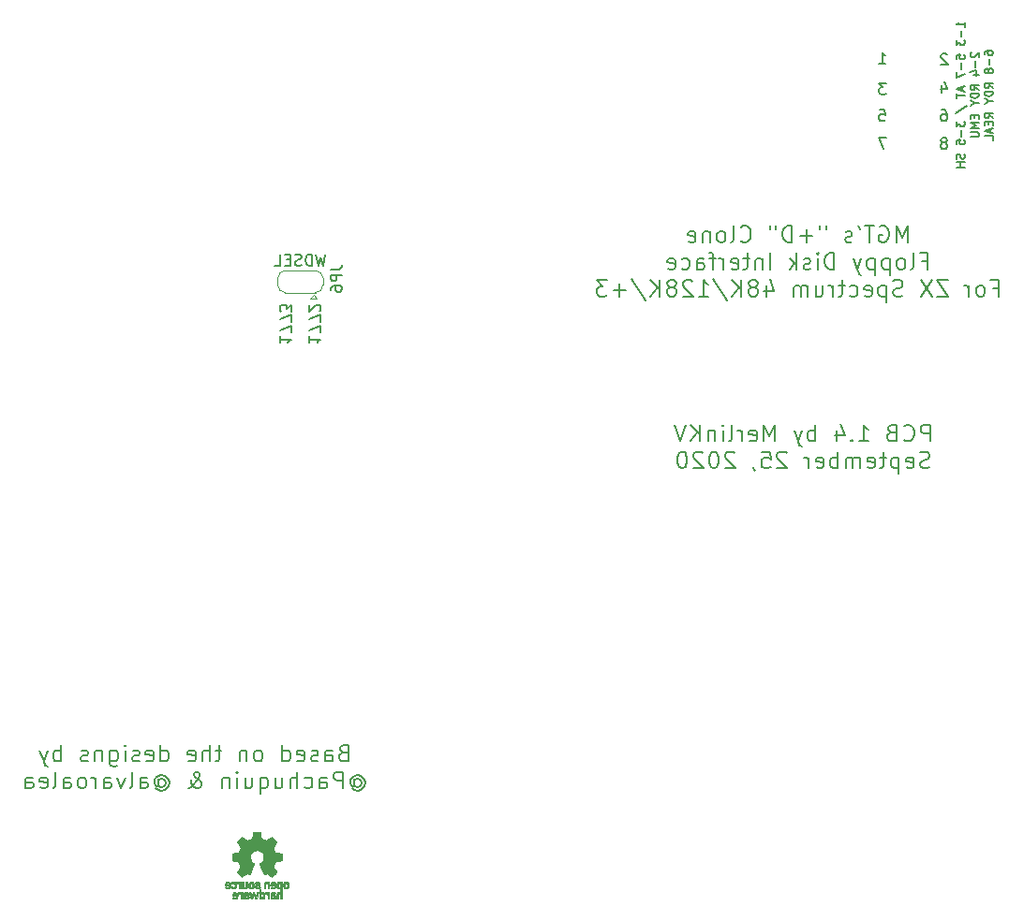
<source format=gbo>
G04 #@! TF.GenerationSoftware,KiCad,Pcbnew,(5.1.6)-1*
G04 #@! TF.CreationDate,2020-10-05T00:01:26+03:00*
G04 #@! TF.ProjectId,PlusD_Clone_1_4,506c7573-445f-4436-9c6f-6e655f315f34,rev?*
G04 #@! TF.SameCoordinates,Original*
G04 #@! TF.FileFunction,Legend,Bot*
G04 #@! TF.FilePolarity,Positive*
%FSLAX46Y46*%
G04 Gerber Fmt 4.6, Leading zero omitted, Abs format (unit mm)*
G04 Created by KiCad (PCBNEW (5.1.6)-1) date 2020-10-05 00:01:26*
%MOMM*%
%LPD*%
G01*
G04 APERTURE LIST*
%ADD10C,0.150000*%
%ADD11C,0.200000*%
%ADD12C,0.120000*%
%ADD13C,0.010000*%
G04 APERTURE END LIST*
D10*
X155035238Y-46108952D02*
X155130476Y-46061333D01*
X155178095Y-46013714D01*
X155225714Y-45918476D01*
X155225714Y-45870857D01*
X155178095Y-45775619D01*
X155130476Y-45728000D01*
X155035238Y-45680380D01*
X154844761Y-45680380D01*
X154749523Y-45728000D01*
X154701904Y-45775619D01*
X154654285Y-45870857D01*
X154654285Y-45918476D01*
X154701904Y-46013714D01*
X154749523Y-46061333D01*
X154844761Y-46108952D01*
X155035238Y-46108952D01*
X155130476Y-46156571D01*
X155178095Y-46204190D01*
X155225714Y-46299428D01*
X155225714Y-46489904D01*
X155178095Y-46585142D01*
X155130476Y-46632761D01*
X155035238Y-46680380D01*
X154844761Y-46680380D01*
X154749523Y-46632761D01*
X154701904Y-46585142D01*
X154654285Y-46489904D01*
X154654285Y-46299428D01*
X154701904Y-46204190D01*
X154749523Y-46156571D01*
X154844761Y-46108952D01*
X154749523Y-43140380D02*
X154940000Y-43140380D01*
X155035238Y-43188000D01*
X155082857Y-43235619D01*
X155178095Y-43378476D01*
X155225714Y-43568952D01*
X155225714Y-43949904D01*
X155178095Y-44045142D01*
X155130476Y-44092761D01*
X155035238Y-44140380D01*
X154844761Y-44140380D01*
X154749523Y-44092761D01*
X154701904Y-44045142D01*
X154654285Y-43949904D01*
X154654285Y-43711809D01*
X154701904Y-43616571D01*
X154749523Y-43568952D01*
X154844761Y-43521333D01*
X155035238Y-43521333D01*
X155130476Y-43568952D01*
X155178095Y-43616571D01*
X155225714Y-43711809D01*
X154749523Y-40933714D02*
X154749523Y-41600380D01*
X154987619Y-40552761D02*
X155225714Y-41267047D01*
X154606666Y-41267047D01*
X155225714Y-38155619D02*
X155178095Y-38108000D01*
X155082857Y-38060380D01*
X154844761Y-38060380D01*
X154749523Y-38108000D01*
X154701904Y-38155619D01*
X154654285Y-38250857D01*
X154654285Y-38346095D01*
X154701904Y-38488952D01*
X155273333Y-39060380D01*
X154654285Y-39060380D01*
X149685333Y-45680380D02*
X149018666Y-45680380D01*
X149447238Y-46680380D01*
X149113904Y-43140380D02*
X149590095Y-43140380D01*
X149637714Y-43616571D01*
X149590095Y-43568952D01*
X149494857Y-43521333D01*
X149256761Y-43521333D01*
X149161523Y-43568952D01*
X149113904Y-43616571D01*
X149066285Y-43711809D01*
X149066285Y-43949904D01*
X149113904Y-44045142D01*
X149161523Y-44092761D01*
X149256761Y-44140380D01*
X149494857Y-44140380D01*
X149590095Y-44092761D01*
X149637714Y-44045142D01*
X149685333Y-40727380D02*
X149066285Y-40727380D01*
X149399619Y-41108333D01*
X149256761Y-41108333D01*
X149161523Y-41155952D01*
X149113904Y-41203571D01*
X149066285Y-41298809D01*
X149066285Y-41536904D01*
X149113904Y-41632142D01*
X149161523Y-41679761D01*
X149256761Y-41727380D01*
X149542476Y-41727380D01*
X149637714Y-41679761D01*
X149685333Y-41632142D01*
X149066285Y-38933380D02*
X149637714Y-38933380D01*
X149352000Y-38933380D02*
X149352000Y-37933380D01*
X149447238Y-38076238D01*
X149542476Y-38171476D01*
X149637714Y-38219095D01*
D11*
X97591619Y-63626857D02*
X97591619Y-64198285D01*
X97591619Y-63912571D02*
X98591619Y-63912571D01*
X98448761Y-64007809D01*
X98353523Y-64103047D01*
X98305904Y-64198285D01*
X98591619Y-63293523D02*
X98591619Y-62626857D01*
X97591619Y-63055428D01*
X98591619Y-62341142D02*
X98591619Y-61674476D01*
X97591619Y-62103047D01*
X98496380Y-61341142D02*
X98544000Y-61293523D01*
X98591619Y-61198285D01*
X98591619Y-60960190D01*
X98544000Y-60864952D01*
X98496380Y-60817333D01*
X98401142Y-60769714D01*
X98305904Y-60769714D01*
X98163047Y-60817333D01*
X97591619Y-61388761D01*
X97591619Y-60769714D01*
X153668571Y-73113571D02*
X153668571Y-71613571D01*
X153097142Y-71613571D01*
X152954285Y-71685000D01*
X152882857Y-71756428D01*
X152811428Y-71899285D01*
X152811428Y-72113571D01*
X152882857Y-72256428D01*
X152954285Y-72327857D01*
X153097142Y-72399285D01*
X153668571Y-72399285D01*
X151311428Y-72970714D02*
X151382857Y-73042142D01*
X151597142Y-73113571D01*
X151740000Y-73113571D01*
X151954285Y-73042142D01*
X152097142Y-72899285D01*
X152168571Y-72756428D01*
X152240000Y-72470714D01*
X152240000Y-72256428D01*
X152168571Y-71970714D01*
X152097142Y-71827857D01*
X151954285Y-71685000D01*
X151740000Y-71613571D01*
X151597142Y-71613571D01*
X151382857Y-71685000D01*
X151311428Y-71756428D01*
X150168571Y-72327857D02*
X149954285Y-72399285D01*
X149882857Y-72470714D01*
X149811428Y-72613571D01*
X149811428Y-72827857D01*
X149882857Y-72970714D01*
X149954285Y-73042142D01*
X150097142Y-73113571D01*
X150668571Y-73113571D01*
X150668571Y-71613571D01*
X150168571Y-71613571D01*
X150025714Y-71685000D01*
X149954285Y-71756428D01*
X149882857Y-71899285D01*
X149882857Y-72042142D01*
X149954285Y-72185000D01*
X150025714Y-72256428D01*
X150168571Y-72327857D01*
X150668571Y-72327857D01*
X147240000Y-73113571D02*
X148097142Y-73113571D01*
X147668571Y-73113571D02*
X147668571Y-71613571D01*
X147811428Y-71827857D01*
X147954285Y-71970714D01*
X148097142Y-72042142D01*
X146597142Y-72970714D02*
X146525714Y-73042142D01*
X146597142Y-73113571D01*
X146668571Y-73042142D01*
X146597142Y-72970714D01*
X146597142Y-73113571D01*
X145240000Y-72113571D02*
X145240000Y-73113571D01*
X145597142Y-71542142D02*
X145954285Y-72613571D01*
X145025714Y-72613571D01*
X143311428Y-73113571D02*
X143311428Y-71613571D01*
X143311428Y-72185000D02*
X143168571Y-72113571D01*
X142882857Y-72113571D01*
X142740000Y-72185000D01*
X142668571Y-72256428D01*
X142597142Y-72399285D01*
X142597142Y-72827857D01*
X142668571Y-72970714D01*
X142740000Y-73042142D01*
X142882857Y-73113571D01*
X143168571Y-73113571D01*
X143311428Y-73042142D01*
X142097142Y-72113571D02*
X141740000Y-73113571D01*
X141382857Y-72113571D02*
X141740000Y-73113571D01*
X141882857Y-73470714D01*
X141954285Y-73542142D01*
X142097142Y-73613571D01*
X139668571Y-73113571D02*
X139668571Y-71613571D01*
X139168571Y-72685000D01*
X138668571Y-71613571D01*
X138668571Y-73113571D01*
X137382857Y-73042142D02*
X137525714Y-73113571D01*
X137811428Y-73113571D01*
X137954285Y-73042142D01*
X138025714Y-72899285D01*
X138025714Y-72327857D01*
X137954285Y-72185000D01*
X137811428Y-72113571D01*
X137525714Y-72113571D01*
X137382857Y-72185000D01*
X137311428Y-72327857D01*
X137311428Y-72470714D01*
X138025714Y-72613571D01*
X136668571Y-73113571D02*
X136668571Y-72113571D01*
X136668571Y-72399285D02*
X136597142Y-72256428D01*
X136525714Y-72185000D01*
X136382857Y-72113571D01*
X136240000Y-72113571D01*
X135525714Y-73113571D02*
X135668571Y-73042142D01*
X135740000Y-72899285D01*
X135740000Y-71613571D01*
X134954285Y-73113571D02*
X134954285Y-72113571D01*
X134954285Y-71613571D02*
X135025714Y-71685000D01*
X134954285Y-71756428D01*
X134882857Y-71685000D01*
X134954285Y-71613571D01*
X134954285Y-71756428D01*
X134240000Y-72113571D02*
X134240000Y-73113571D01*
X134240000Y-72256428D02*
X134168571Y-72185000D01*
X134025714Y-72113571D01*
X133811428Y-72113571D01*
X133668571Y-72185000D01*
X133597142Y-72327857D01*
X133597142Y-73113571D01*
X132882857Y-73113571D02*
X132882857Y-71613571D01*
X132025714Y-73113571D02*
X132668571Y-72256428D01*
X132025714Y-71613571D02*
X132882857Y-72470714D01*
X131597142Y-71613571D02*
X131097142Y-73113571D01*
X130597142Y-71613571D01*
X153632857Y-75492142D02*
X153418571Y-75563571D01*
X153061428Y-75563571D01*
X152918571Y-75492142D01*
X152847142Y-75420714D01*
X152775714Y-75277857D01*
X152775714Y-75135000D01*
X152847142Y-74992142D01*
X152918571Y-74920714D01*
X153061428Y-74849285D01*
X153347142Y-74777857D01*
X153490000Y-74706428D01*
X153561428Y-74635000D01*
X153632857Y-74492142D01*
X153632857Y-74349285D01*
X153561428Y-74206428D01*
X153490000Y-74135000D01*
X153347142Y-74063571D01*
X152990000Y-74063571D01*
X152775714Y-74135000D01*
X151561428Y-75492142D02*
X151704285Y-75563571D01*
X151990000Y-75563571D01*
X152132857Y-75492142D01*
X152204285Y-75349285D01*
X152204285Y-74777857D01*
X152132857Y-74635000D01*
X151990000Y-74563571D01*
X151704285Y-74563571D01*
X151561428Y-74635000D01*
X151490000Y-74777857D01*
X151490000Y-74920714D01*
X152204285Y-75063571D01*
X150847142Y-74563571D02*
X150847142Y-76063571D01*
X150847142Y-74635000D02*
X150704285Y-74563571D01*
X150418571Y-74563571D01*
X150275714Y-74635000D01*
X150204285Y-74706428D01*
X150132857Y-74849285D01*
X150132857Y-75277857D01*
X150204285Y-75420714D01*
X150275714Y-75492142D01*
X150418571Y-75563571D01*
X150704285Y-75563571D01*
X150847142Y-75492142D01*
X149704285Y-74563571D02*
X149132857Y-74563571D01*
X149490000Y-74063571D02*
X149490000Y-75349285D01*
X149418571Y-75492142D01*
X149275714Y-75563571D01*
X149132857Y-75563571D01*
X148061428Y-75492142D02*
X148204285Y-75563571D01*
X148490000Y-75563571D01*
X148632857Y-75492142D01*
X148704285Y-75349285D01*
X148704285Y-74777857D01*
X148632857Y-74635000D01*
X148490000Y-74563571D01*
X148204285Y-74563571D01*
X148061428Y-74635000D01*
X147990000Y-74777857D01*
X147990000Y-74920714D01*
X148704285Y-75063571D01*
X147347142Y-75563571D02*
X147347142Y-74563571D01*
X147347142Y-74706428D02*
X147275714Y-74635000D01*
X147132857Y-74563571D01*
X146918571Y-74563571D01*
X146775714Y-74635000D01*
X146704285Y-74777857D01*
X146704285Y-75563571D01*
X146704285Y-74777857D02*
X146632857Y-74635000D01*
X146490000Y-74563571D01*
X146275714Y-74563571D01*
X146132857Y-74635000D01*
X146061428Y-74777857D01*
X146061428Y-75563571D01*
X145347142Y-75563571D02*
X145347142Y-74063571D01*
X145347142Y-74635000D02*
X145204285Y-74563571D01*
X144918571Y-74563571D01*
X144775714Y-74635000D01*
X144704285Y-74706428D01*
X144632857Y-74849285D01*
X144632857Y-75277857D01*
X144704285Y-75420714D01*
X144775714Y-75492142D01*
X144918571Y-75563571D01*
X145204285Y-75563571D01*
X145347142Y-75492142D01*
X143418571Y-75492142D02*
X143561428Y-75563571D01*
X143847142Y-75563571D01*
X143990000Y-75492142D01*
X144061428Y-75349285D01*
X144061428Y-74777857D01*
X143990000Y-74635000D01*
X143847142Y-74563571D01*
X143561428Y-74563571D01*
X143418571Y-74635000D01*
X143347142Y-74777857D01*
X143347142Y-74920714D01*
X144061428Y-75063571D01*
X142704285Y-75563571D02*
X142704285Y-74563571D01*
X142704285Y-74849285D02*
X142632857Y-74706428D01*
X142561428Y-74635000D01*
X142418571Y-74563571D01*
X142275714Y-74563571D01*
X140704285Y-74206428D02*
X140632857Y-74135000D01*
X140490000Y-74063571D01*
X140132857Y-74063571D01*
X139990000Y-74135000D01*
X139918571Y-74206428D01*
X139847142Y-74349285D01*
X139847142Y-74492142D01*
X139918571Y-74706428D01*
X140775714Y-75563571D01*
X139847142Y-75563571D01*
X138490000Y-74063571D02*
X139204285Y-74063571D01*
X139275714Y-74777857D01*
X139204285Y-74706428D01*
X139061428Y-74635000D01*
X138704285Y-74635000D01*
X138561428Y-74706428D01*
X138490000Y-74777857D01*
X138418571Y-74920714D01*
X138418571Y-75277857D01*
X138490000Y-75420714D01*
X138561428Y-75492142D01*
X138704285Y-75563571D01*
X139061428Y-75563571D01*
X139204285Y-75492142D01*
X139275714Y-75420714D01*
X137704285Y-75492142D02*
X137704285Y-75563571D01*
X137775714Y-75706428D01*
X137847142Y-75777857D01*
X135990000Y-74206428D02*
X135918571Y-74135000D01*
X135775714Y-74063571D01*
X135418571Y-74063571D01*
X135275714Y-74135000D01*
X135204285Y-74206428D01*
X135132857Y-74349285D01*
X135132857Y-74492142D01*
X135204285Y-74706428D01*
X136061428Y-75563571D01*
X135132857Y-75563571D01*
X134204285Y-74063571D02*
X134061428Y-74063571D01*
X133918571Y-74135000D01*
X133847142Y-74206428D01*
X133775714Y-74349285D01*
X133704285Y-74635000D01*
X133704285Y-74992142D01*
X133775714Y-75277857D01*
X133847142Y-75420714D01*
X133918571Y-75492142D01*
X134061428Y-75563571D01*
X134204285Y-75563571D01*
X134347142Y-75492142D01*
X134418571Y-75420714D01*
X134490000Y-75277857D01*
X134561428Y-74992142D01*
X134561428Y-74635000D01*
X134490000Y-74349285D01*
X134418571Y-74206428D01*
X134347142Y-74135000D01*
X134204285Y-74063571D01*
X133132857Y-74206428D02*
X133061428Y-74135000D01*
X132918571Y-74063571D01*
X132561428Y-74063571D01*
X132418571Y-74135000D01*
X132347142Y-74206428D01*
X132275714Y-74349285D01*
X132275714Y-74492142D01*
X132347142Y-74706428D01*
X133204285Y-75563571D01*
X132275714Y-75563571D01*
X131347142Y-74063571D02*
X131204285Y-74063571D01*
X131061428Y-74135000D01*
X130989999Y-74206428D01*
X130918571Y-74349285D01*
X130847142Y-74635000D01*
X130847142Y-74992142D01*
X130918571Y-75277857D01*
X130989999Y-75420714D01*
X131061428Y-75492142D01*
X131204285Y-75563571D01*
X131347142Y-75563571D01*
X131489999Y-75492142D01*
X131561428Y-75420714D01*
X131632857Y-75277857D01*
X131704285Y-74992142D01*
X131704285Y-74635000D01*
X131632857Y-74349285D01*
X131561428Y-74206428D01*
X131489999Y-74135000D01*
X131347142Y-74063571D01*
D10*
X156798285Y-35640142D02*
X156798285Y-35211571D01*
X156798285Y-35425857D02*
X156048285Y-35425857D01*
X156155428Y-35354428D01*
X156226857Y-35283000D01*
X156262571Y-35211571D01*
X156512571Y-35961571D02*
X156512571Y-36533000D01*
X156048285Y-36818714D02*
X156048285Y-37283000D01*
X156334000Y-37033000D01*
X156334000Y-37140142D01*
X156369714Y-37211571D01*
X156405428Y-37247285D01*
X156476857Y-37283000D01*
X156655428Y-37283000D01*
X156726857Y-37247285D01*
X156762571Y-37211571D01*
X156798285Y-37140142D01*
X156798285Y-36925857D01*
X156762571Y-36854428D01*
X156726857Y-36818714D01*
X156048285Y-38533000D02*
X156048285Y-38175857D01*
X156405428Y-38140142D01*
X156369714Y-38175857D01*
X156334000Y-38247285D01*
X156334000Y-38425857D01*
X156369714Y-38497285D01*
X156405428Y-38533000D01*
X156476857Y-38568714D01*
X156655428Y-38568714D01*
X156726857Y-38533000D01*
X156762571Y-38497285D01*
X156798285Y-38425857D01*
X156798285Y-38247285D01*
X156762571Y-38175857D01*
X156726857Y-38140142D01*
X156512571Y-38890142D02*
X156512571Y-39461571D01*
X156048285Y-39747285D02*
X156048285Y-40247285D01*
X156798285Y-39925857D01*
X156584000Y-41068714D02*
X156584000Y-41425857D01*
X156798285Y-40997285D02*
X156048285Y-41247285D01*
X156798285Y-41497285D01*
X156048285Y-41640142D02*
X156048285Y-42068714D01*
X156798285Y-41854428D02*
X156048285Y-41854428D01*
X156012571Y-43425857D02*
X156976857Y-42783000D01*
X156048285Y-44175857D02*
X156048285Y-44640142D01*
X156334000Y-44390142D01*
X156334000Y-44497285D01*
X156369714Y-44568714D01*
X156405428Y-44604428D01*
X156476857Y-44640142D01*
X156655428Y-44640142D01*
X156726857Y-44604428D01*
X156762571Y-44568714D01*
X156798285Y-44497285D01*
X156798285Y-44283000D01*
X156762571Y-44211571D01*
X156726857Y-44175857D01*
X156512571Y-44961571D02*
X156512571Y-45532999D01*
X156048285Y-46247285D02*
X156048285Y-45890142D01*
X156405428Y-45854428D01*
X156369714Y-45890142D01*
X156334000Y-45961571D01*
X156334000Y-46140142D01*
X156369714Y-46211571D01*
X156405428Y-46247285D01*
X156476857Y-46282999D01*
X156655428Y-46282999D01*
X156726857Y-46247285D01*
X156762571Y-46211571D01*
X156798285Y-46140142D01*
X156798285Y-45961571D01*
X156762571Y-45890142D01*
X156726857Y-45854428D01*
X156762571Y-47140142D02*
X156798285Y-47247285D01*
X156798285Y-47425857D01*
X156762571Y-47497285D01*
X156726857Y-47532999D01*
X156655428Y-47568714D01*
X156584000Y-47568714D01*
X156512571Y-47532999D01*
X156476857Y-47497285D01*
X156441142Y-47425857D01*
X156405428Y-47282999D01*
X156369714Y-47211571D01*
X156334000Y-47175857D01*
X156262571Y-47140142D01*
X156191142Y-47140142D01*
X156119714Y-47175857D01*
X156084000Y-47211571D01*
X156048285Y-47282999D01*
X156048285Y-47461571D01*
X156084000Y-47568714D01*
X156798285Y-47890142D02*
X156048285Y-47890142D01*
X156405428Y-47890142D02*
X156405428Y-48318714D01*
X156798285Y-48318714D02*
X156048285Y-48318714D01*
X157394714Y-37943714D02*
X157359000Y-37979428D01*
X157323285Y-38050857D01*
X157323285Y-38229428D01*
X157359000Y-38300857D01*
X157394714Y-38336571D01*
X157466142Y-38372285D01*
X157537571Y-38372285D01*
X157644714Y-38336571D01*
X158073285Y-37908000D01*
X158073285Y-38372285D01*
X157787571Y-38693714D02*
X157787571Y-39265142D01*
X157573285Y-39943714D02*
X158073285Y-39943714D01*
X157287571Y-39765142D02*
X157823285Y-39586571D01*
X157823285Y-40050857D01*
X158073285Y-41336571D02*
X157716142Y-41086571D01*
X158073285Y-40908000D02*
X157323285Y-40908000D01*
X157323285Y-41193714D01*
X157359000Y-41265142D01*
X157394714Y-41300857D01*
X157466142Y-41336571D01*
X157573285Y-41336571D01*
X157644714Y-41300857D01*
X157680428Y-41265142D01*
X157716142Y-41193714D01*
X157716142Y-40908000D01*
X158073285Y-41658000D02*
X157323285Y-41658000D01*
X157323285Y-41836571D01*
X157359000Y-41943714D01*
X157430428Y-42015142D01*
X157501857Y-42050857D01*
X157644714Y-42086571D01*
X157751857Y-42086571D01*
X157894714Y-42050857D01*
X157966142Y-42015142D01*
X158037571Y-41943714D01*
X158073285Y-41836571D01*
X158073285Y-41658000D01*
X157716142Y-42550857D02*
X158073285Y-42550857D01*
X157323285Y-42300857D02*
X157716142Y-42550857D01*
X157323285Y-42800857D01*
X157680428Y-43622285D02*
X157680428Y-43872285D01*
X158073285Y-43979428D02*
X158073285Y-43622285D01*
X157323285Y-43622285D01*
X157323285Y-43979428D01*
X158073285Y-44300857D02*
X157323285Y-44300857D01*
X157859000Y-44550857D01*
X157323285Y-44800857D01*
X158073285Y-44800857D01*
X157323285Y-45158000D02*
X157930428Y-45158000D01*
X158001857Y-45193714D01*
X158037571Y-45229428D01*
X158073285Y-45300857D01*
X158073285Y-45443714D01*
X158037571Y-45515142D01*
X158001857Y-45550857D01*
X157930428Y-45586571D01*
X157323285Y-45586571D01*
X158598285Y-38122285D02*
X158598285Y-37979428D01*
X158634000Y-37908000D01*
X158669714Y-37872285D01*
X158776857Y-37800857D01*
X158919714Y-37765142D01*
X159205428Y-37765142D01*
X159276857Y-37800857D01*
X159312571Y-37836571D01*
X159348285Y-37908000D01*
X159348285Y-38050857D01*
X159312571Y-38122285D01*
X159276857Y-38158000D01*
X159205428Y-38193714D01*
X159026857Y-38193714D01*
X158955428Y-38158000D01*
X158919714Y-38122285D01*
X158884000Y-38050857D01*
X158884000Y-37908000D01*
X158919714Y-37836571D01*
X158955428Y-37800857D01*
X159026857Y-37765142D01*
X159062571Y-38515142D02*
X159062571Y-39086571D01*
X158919714Y-39550857D02*
X158884000Y-39479428D01*
X158848285Y-39443714D01*
X158776857Y-39408000D01*
X158741142Y-39408000D01*
X158669714Y-39443714D01*
X158634000Y-39479428D01*
X158598285Y-39550857D01*
X158598285Y-39693714D01*
X158634000Y-39765142D01*
X158669714Y-39800857D01*
X158741142Y-39836571D01*
X158776857Y-39836571D01*
X158848285Y-39800857D01*
X158884000Y-39765142D01*
X158919714Y-39693714D01*
X158919714Y-39550857D01*
X158955428Y-39479428D01*
X158991142Y-39443714D01*
X159062571Y-39408000D01*
X159205428Y-39408000D01*
X159276857Y-39443714D01*
X159312571Y-39479428D01*
X159348285Y-39550857D01*
X159348285Y-39693714D01*
X159312571Y-39765142D01*
X159276857Y-39800857D01*
X159205428Y-39836571D01*
X159062571Y-39836571D01*
X158991142Y-39800857D01*
X158955428Y-39765142D01*
X158919714Y-39693714D01*
X159348285Y-41158000D02*
X158991142Y-40908000D01*
X159348285Y-40729428D02*
X158598285Y-40729428D01*
X158598285Y-41015142D01*
X158634000Y-41086571D01*
X158669714Y-41122285D01*
X158741142Y-41158000D01*
X158848285Y-41158000D01*
X158919714Y-41122285D01*
X158955428Y-41086571D01*
X158991142Y-41015142D01*
X158991142Y-40729428D01*
X159348285Y-41479428D02*
X158598285Y-41479428D01*
X158598285Y-41658000D01*
X158634000Y-41765142D01*
X158705428Y-41836571D01*
X158776857Y-41872285D01*
X158919714Y-41908000D01*
X159026857Y-41908000D01*
X159169714Y-41872285D01*
X159241142Y-41836571D01*
X159312571Y-41765142D01*
X159348285Y-41658000D01*
X159348285Y-41479428D01*
X158991142Y-42372285D02*
X159348285Y-42372285D01*
X158598285Y-42122285D02*
X158991142Y-42372285D01*
X158598285Y-42622285D01*
X159348285Y-43872285D02*
X158991142Y-43622285D01*
X159348285Y-43443714D02*
X158598285Y-43443714D01*
X158598285Y-43729428D01*
X158634000Y-43800857D01*
X158669714Y-43836571D01*
X158741142Y-43872285D01*
X158848285Y-43872285D01*
X158919714Y-43836571D01*
X158955428Y-43800857D01*
X158991142Y-43729428D01*
X158991142Y-43443714D01*
X158955428Y-44193714D02*
X158955428Y-44443714D01*
X159348285Y-44550857D02*
X159348285Y-44193714D01*
X158598285Y-44193714D01*
X158598285Y-44550857D01*
X159134000Y-44836571D02*
X159134000Y-45193714D01*
X159348285Y-44765142D02*
X158598285Y-45015142D01*
X159348285Y-45265142D01*
X159348285Y-45872285D02*
X159348285Y-45515142D01*
X158598285Y-45515142D01*
D11*
X94924619Y-63626857D02*
X94924619Y-64198285D01*
X94924619Y-63912571D02*
X95924619Y-63912571D01*
X95781761Y-64007809D01*
X95686523Y-64103047D01*
X95638904Y-64198285D01*
X95924619Y-63293523D02*
X95924619Y-62626857D01*
X94924619Y-63055428D01*
X95924619Y-62341142D02*
X95924619Y-61674476D01*
X94924619Y-62103047D01*
X95924619Y-61388761D02*
X95924619Y-60769714D01*
X95543666Y-61103047D01*
X95543666Y-60960190D01*
X95496047Y-60864952D01*
X95448428Y-60817333D01*
X95353190Y-60769714D01*
X95115095Y-60769714D01*
X95019857Y-60817333D01*
X94972238Y-60864952D01*
X94924619Y-60960190D01*
X94924619Y-61245904D01*
X94972238Y-61341142D01*
X95019857Y-61388761D01*
X100641857Y-101283857D02*
X100427571Y-101355285D01*
X100356142Y-101426714D01*
X100284714Y-101569571D01*
X100284714Y-101783857D01*
X100356142Y-101926714D01*
X100427571Y-101998142D01*
X100570428Y-102069571D01*
X101141857Y-102069571D01*
X101141857Y-100569571D01*
X100641857Y-100569571D01*
X100499000Y-100641000D01*
X100427571Y-100712428D01*
X100356142Y-100855285D01*
X100356142Y-100998142D01*
X100427571Y-101141000D01*
X100499000Y-101212428D01*
X100641857Y-101283857D01*
X101141857Y-101283857D01*
X98999000Y-102069571D02*
X98999000Y-101283857D01*
X99070428Y-101141000D01*
X99213285Y-101069571D01*
X99499000Y-101069571D01*
X99641857Y-101141000D01*
X98999000Y-101998142D02*
X99141857Y-102069571D01*
X99499000Y-102069571D01*
X99641857Y-101998142D01*
X99713285Y-101855285D01*
X99713285Y-101712428D01*
X99641857Y-101569571D01*
X99499000Y-101498142D01*
X99141857Y-101498142D01*
X98999000Y-101426714D01*
X98356142Y-101998142D02*
X98213285Y-102069571D01*
X97927571Y-102069571D01*
X97784714Y-101998142D01*
X97713285Y-101855285D01*
X97713285Y-101783857D01*
X97784714Y-101641000D01*
X97927571Y-101569571D01*
X98141857Y-101569571D01*
X98284714Y-101498142D01*
X98356142Y-101355285D01*
X98356142Y-101283857D01*
X98284714Y-101141000D01*
X98141857Y-101069571D01*
X97927571Y-101069571D01*
X97784714Y-101141000D01*
X96499000Y-101998142D02*
X96641857Y-102069571D01*
X96927571Y-102069571D01*
X97070428Y-101998142D01*
X97141857Y-101855285D01*
X97141857Y-101283857D01*
X97070428Y-101141000D01*
X96927571Y-101069571D01*
X96641857Y-101069571D01*
X96499000Y-101141000D01*
X96427571Y-101283857D01*
X96427571Y-101426714D01*
X97141857Y-101569571D01*
X95141857Y-102069571D02*
X95141857Y-100569571D01*
X95141857Y-101998142D02*
X95284714Y-102069571D01*
X95570428Y-102069571D01*
X95713285Y-101998142D01*
X95784714Y-101926714D01*
X95856142Y-101783857D01*
X95856142Y-101355285D01*
X95784714Y-101212428D01*
X95713285Y-101141000D01*
X95570428Y-101069571D01*
X95284714Y-101069571D01*
X95141857Y-101141000D01*
X93070428Y-102069571D02*
X93213285Y-101998142D01*
X93284714Y-101926714D01*
X93356142Y-101783857D01*
X93356142Y-101355285D01*
X93284714Y-101212428D01*
X93213285Y-101141000D01*
X93070428Y-101069571D01*
X92856142Y-101069571D01*
X92713285Y-101141000D01*
X92641857Y-101212428D01*
X92570428Y-101355285D01*
X92570428Y-101783857D01*
X92641857Y-101926714D01*
X92713285Y-101998142D01*
X92856142Y-102069571D01*
X93070428Y-102069571D01*
X91927571Y-101069571D02*
X91927571Y-102069571D01*
X91927571Y-101212428D02*
X91856142Y-101141000D01*
X91713285Y-101069571D01*
X91499000Y-101069571D01*
X91356142Y-101141000D01*
X91284714Y-101283857D01*
X91284714Y-102069571D01*
X89641857Y-101069571D02*
X89070428Y-101069571D01*
X89427571Y-100569571D02*
X89427571Y-101855285D01*
X89356142Y-101998142D01*
X89213285Y-102069571D01*
X89070428Y-102069571D01*
X88570428Y-102069571D02*
X88570428Y-100569571D01*
X87927571Y-102069571D02*
X87927571Y-101283857D01*
X87999000Y-101141000D01*
X88141857Y-101069571D01*
X88356142Y-101069571D01*
X88499000Y-101141000D01*
X88570428Y-101212428D01*
X86641857Y-101998142D02*
X86784714Y-102069571D01*
X87070428Y-102069571D01*
X87213285Y-101998142D01*
X87284714Y-101855285D01*
X87284714Y-101283857D01*
X87213285Y-101141000D01*
X87070428Y-101069571D01*
X86784714Y-101069571D01*
X86641857Y-101141000D01*
X86570428Y-101283857D01*
X86570428Y-101426714D01*
X87284714Y-101569571D01*
X84141857Y-102069571D02*
X84141857Y-100569571D01*
X84141857Y-101998142D02*
X84284714Y-102069571D01*
X84570428Y-102069571D01*
X84713285Y-101998142D01*
X84784714Y-101926714D01*
X84856142Y-101783857D01*
X84856142Y-101355285D01*
X84784714Y-101212428D01*
X84713285Y-101141000D01*
X84570428Y-101069571D01*
X84284714Y-101069571D01*
X84141857Y-101141000D01*
X82856142Y-101998142D02*
X82999000Y-102069571D01*
X83284714Y-102069571D01*
X83427571Y-101998142D01*
X83499000Y-101855285D01*
X83499000Y-101283857D01*
X83427571Y-101141000D01*
X83284714Y-101069571D01*
X82999000Y-101069571D01*
X82856142Y-101141000D01*
X82784714Y-101283857D01*
X82784714Y-101426714D01*
X83499000Y-101569571D01*
X82213285Y-101998142D02*
X82070428Y-102069571D01*
X81784714Y-102069571D01*
X81641857Y-101998142D01*
X81570428Y-101855285D01*
X81570428Y-101783857D01*
X81641857Y-101641000D01*
X81784714Y-101569571D01*
X81999000Y-101569571D01*
X82141857Y-101498142D01*
X82213285Y-101355285D01*
X82213285Y-101283857D01*
X82141857Y-101141000D01*
X81999000Y-101069571D01*
X81784714Y-101069571D01*
X81641857Y-101141000D01*
X80927571Y-102069571D02*
X80927571Y-101069571D01*
X80927571Y-100569571D02*
X80999000Y-100641000D01*
X80927571Y-100712428D01*
X80856142Y-100641000D01*
X80927571Y-100569571D01*
X80927571Y-100712428D01*
X79570428Y-101069571D02*
X79570428Y-102283857D01*
X79641857Y-102426714D01*
X79713285Y-102498142D01*
X79856142Y-102569571D01*
X80070428Y-102569571D01*
X80213285Y-102498142D01*
X79570428Y-101998142D02*
X79713285Y-102069571D01*
X79999000Y-102069571D01*
X80141857Y-101998142D01*
X80213285Y-101926714D01*
X80284714Y-101783857D01*
X80284714Y-101355285D01*
X80213285Y-101212428D01*
X80141857Y-101141000D01*
X79999000Y-101069571D01*
X79713285Y-101069571D01*
X79570428Y-101141000D01*
X78856142Y-101069571D02*
X78856142Y-102069571D01*
X78856142Y-101212428D02*
X78784714Y-101141000D01*
X78641857Y-101069571D01*
X78427571Y-101069571D01*
X78284714Y-101141000D01*
X78213285Y-101283857D01*
X78213285Y-102069571D01*
X77570428Y-101998142D02*
X77427571Y-102069571D01*
X77141857Y-102069571D01*
X76999000Y-101998142D01*
X76927571Y-101855285D01*
X76927571Y-101783857D01*
X76999000Y-101641000D01*
X77141857Y-101569571D01*
X77356142Y-101569571D01*
X77499000Y-101498142D01*
X77570428Y-101355285D01*
X77570428Y-101283857D01*
X77499000Y-101141000D01*
X77356142Y-101069571D01*
X77141857Y-101069571D01*
X76999000Y-101141000D01*
X75141857Y-102069571D02*
X75141857Y-100569571D01*
X75141857Y-101141000D02*
X74999000Y-101069571D01*
X74713285Y-101069571D01*
X74570428Y-101141000D01*
X74499000Y-101212428D01*
X74427571Y-101355285D01*
X74427571Y-101783857D01*
X74499000Y-101926714D01*
X74570428Y-101998142D01*
X74713285Y-102069571D01*
X74999000Y-102069571D01*
X75141857Y-101998142D01*
X73927571Y-101069571D02*
X73570428Y-102069571D01*
X73213285Y-101069571D02*
X73570428Y-102069571D01*
X73713285Y-102426714D01*
X73784714Y-102498142D01*
X73927571Y-102569571D01*
X101641857Y-103805285D02*
X101713285Y-103733857D01*
X101856142Y-103662428D01*
X101999000Y-103662428D01*
X102141857Y-103733857D01*
X102213285Y-103805285D01*
X102284714Y-103948142D01*
X102284714Y-104091000D01*
X102213285Y-104233857D01*
X102141857Y-104305285D01*
X101999000Y-104376714D01*
X101856142Y-104376714D01*
X101713285Y-104305285D01*
X101641857Y-104233857D01*
X101641857Y-103662428D02*
X101641857Y-104233857D01*
X101570428Y-104305285D01*
X101499000Y-104305285D01*
X101356142Y-104233857D01*
X101284714Y-104091000D01*
X101284714Y-103733857D01*
X101427571Y-103519571D01*
X101641857Y-103376714D01*
X101927571Y-103305285D01*
X102213285Y-103376714D01*
X102427571Y-103519571D01*
X102570428Y-103733857D01*
X102641857Y-104019571D01*
X102570428Y-104305285D01*
X102427571Y-104519571D01*
X102213285Y-104662428D01*
X101927571Y-104733857D01*
X101641857Y-104662428D01*
X101427571Y-104519571D01*
X100641857Y-104519571D02*
X100641857Y-103019571D01*
X100070428Y-103019571D01*
X99927571Y-103091000D01*
X99856142Y-103162428D01*
X99784714Y-103305285D01*
X99784714Y-103519571D01*
X99856142Y-103662428D01*
X99927571Y-103733857D01*
X100070428Y-103805285D01*
X100641857Y-103805285D01*
X98499000Y-104519571D02*
X98499000Y-103733857D01*
X98570428Y-103591000D01*
X98713285Y-103519571D01*
X98999000Y-103519571D01*
X99141857Y-103591000D01*
X98499000Y-104448142D02*
X98641857Y-104519571D01*
X98999000Y-104519571D01*
X99141857Y-104448142D01*
X99213285Y-104305285D01*
X99213285Y-104162428D01*
X99141857Y-104019571D01*
X98999000Y-103948142D01*
X98641857Y-103948142D01*
X98499000Y-103876714D01*
X97141857Y-104448142D02*
X97284714Y-104519571D01*
X97570428Y-104519571D01*
X97713285Y-104448142D01*
X97784714Y-104376714D01*
X97856142Y-104233857D01*
X97856142Y-103805285D01*
X97784714Y-103662428D01*
X97713285Y-103591000D01*
X97570428Y-103519571D01*
X97284714Y-103519571D01*
X97141857Y-103591000D01*
X96499000Y-104519571D02*
X96499000Y-103019571D01*
X95856142Y-104519571D02*
X95856142Y-103733857D01*
X95927571Y-103591000D01*
X96070428Y-103519571D01*
X96284714Y-103519571D01*
X96427571Y-103591000D01*
X96499000Y-103662428D01*
X94499000Y-103519571D02*
X94499000Y-104519571D01*
X95141857Y-103519571D02*
X95141857Y-104305285D01*
X95070428Y-104448142D01*
X94927571Y-104519571D01*
X94713285Y-104519571D01*
X94570428Y-104448142D01*
X94499000Y-104376714D01*
X93141857Y-103519571D02*
X93141857Y-105019571D01*
X93141857Y-104448142D02*
X93284714Y-104519571D01*
X93570428Y-104519571D01*
X93713285Y-104448142D01*
X93784714Y-104376714D01*
X93856142Y-104233857D01*
X93856142Y-103805285D01*
X93784714Y-103662428D01*
X93713285Y-103591000D01*
X93570428Y-103519571D01*
X93284714Y-103519571D01*
X93141857Y-103591000D01*
X91784714Y-103519571D02*
X91784714Y-104519571D01*
X92427571Y-103519571D02*
X92427571Y-104305285D01*
X92356142Y-104448142D01*
X92213285Y-104519571D01*
X91999000Y-104519571D01*
X91856142Y-104448142D01*
X91784714Y-104376714D01*
X91070428Y-104519571D02*
X91070428Y-103519571D01*
X91070428Y-103019571D02*
X91141857Y-103091000D01*
X91070428Y-103162428D01*
X90999000Y-103091000D01*
X91070428Y-103019571D01*
X91070428Y-103162428D01*
X90356142Y-103519571D02*
X90356142Y-104519571D01*
X90356142Y-103662428D02*
X90284714Y-103591000D01*
X90141857Y-103519571D01*
X89927571Y-103519571D01*
X89784714Y-103591000D01*
X89713285Y-103733857D01*
X89713285Y-104519571D01*
X86641857Y-104519571D02*
X86713285Y-104519571D01*
X86856142Y-104448142D01*
X87070428Y-104233857D01*
X87427571Y-103805285D01*
X87570428Y-103591000D01*
X87641857Y-103376714D01*
X87641857Y-103233857D01*
X87570428Y-103091000D01*
X87427571Y-103019571D01*
X87356142Y-103019571D01*
X87213285Y-103091000D01*
X87141857Y-103233857D01*
X87141857Y-103305285D01*
X87213285Y-103448142D01*
X87284714Y-103519571D01*
X87713285Y-103805285D01*
X87784714Y-103876714D01*
X87856142Y-104019571D01*
X87856142Y-104233857D01*
X87784714Y-104376714D01*
X87713285Y-104448142D01*
X87570428Y-104519571D01*
X87356142Y-104519571D01*
X87213285Y-104448142D01*
X87141857Y-104376714D01*
X86927571Y-104091000D01*
X86856142Y-103876714D01*
X86856142Y-103733857D01*
X83927571Y-103805285D02*
X83999000Y-103733857D01*
X84141857Y-103662428D01*
X84284714Y-103662428D01*
X84427571Y-103733857D01*
X84499000Y-103805285D01*
X84570428Y-103948142D01*
X84570428Y-104091000D01*
X84499000Y-104233857D01*
X84427571Y-104305285D01*
X84284714Y-104376714D01*
X84141857Y-104376714D01*
X83999000Y-104305285D01*
X83927571Y-104233857D01*
X83927571Y-103662428D02*
X83927571Y-104233857D01*
X83856142Y-104305285D01*
X83784714Y-104305285D01*
X83641857Y-104233857D01*
X83570428Y-104091000D01*
X83570428Y-103733857D01*
X83713285Y-103519571D01*
X83927571Y-103376714D01*
X84213285Y-103305285D01*
X84499000Y-103376714D01*
X84713285Y-103519571D01*
X84856142Y-103733857D01*
X84927571Y-104019571D01*
X84856142Y-104305285D01*
X84713285Y-104519571D01*
X84499000Y-104662428D01*
X84213285Y-104733857D01*
X83927571Y-104662428D01*
X83713285Y-104519571D01*
X82284714Y-104519571D02*
X82284714Y-103733857D01*
X82356142Y-103591000D01*
X82499000Y-103519571D01*
X82784714Y-103519571D01*
X82927571Y-103591000D01*
X82284714Y-104448142D02*
X82427571Y-104519571D01*
X82784714Y-104519571D01*
X82927571Y-104448142D01*
X82999000Y-104305285D01*
X82999000Y-104162428D01*
X82927571Y-104019571D01*
X82784714Y-103948142D01*
X82427571Y-103948142D01*
X82284714Y-103876714D01*
X81356142Y-104519571D02*
X81499000Y-104448142D01*
X81570428Y-104305285D01*
X81570428Y-103019571D01*
X80927571Y-103519571D02*
X80570428Y-104519571D01*
X80213285Y-103519571D01*
X78999000Y-104519571D02*
X78999000Y-103733857D01*
X79070428Y-103591000D01*
X79213285Y-103519571D01*
X79499000Y-103519571D01*
X79641857Y-103591000D01*
X78999000Y-104448142D02*
X79141857Y-104519571D01*
X79499000Y-104519571D01*
X79641857Y-104448142D01*
X79713285Y-104305285D01*
X79713285Y-104162428D01*
X79641857Y-104019571D01*
X79499000Y-103948142D01*
X79141857Y-103948142D01*
X78999000Y-103876714D01*
X78284714Y-104519571D02*
X78284714Y-103519571D01*
X78284714Y-103805285D02*
X78213285Y-103662428D01*
X78141857Y-103591000D01*
X77999000Y-103519571D01*
X77856142Y-103519571D01*
X77141857Y-104519571D02*
X77284714Y-104448142D01*
X77356142Y-104376714D01*
X77427571Y-104233857D01*
X77427571Y-103805285D01*
X77356142Y-103662428D01*
X77284714Y-103591000D01*
X77141857Y-103519571D01*
X76927571Y-103519571D01*
X76784714Y-103591000D01*
X76713285Y-103662428D01*
X76641857Y-103805285D01*
X76641857Y-104233857D01*
X76713285Y-104376714D01*
X76784714Y-104448142D01*
X76927571Y-104519571D01*
X77141857Y-104519571D01*
X75356142Y-104519571D02*
X75356142Y-103733857D01*
X75427571Y-103591000D01*
X75570428Y-103519571D01*
X75856142Y-103519571D01*
X75999000Y-103591000D01*
X75356142Y-104448142D02*
X75499000Y-104519571D01*
X75856142Y-104519571D01*
X75999000Y-104448142D01*
X76070428Y-104305285D01*
X76070428Y-104162428D01*
X75999000Y-104019571D01*
X75856142Y-103948142D01*
X75499000Y-103948142D01*
X75356142Y-103876714D01*
X74427571Y-104519571D02*
X74570428Y-104448142D01*
X74641857Y-104305285D01*
X74641857Y-103019571D01*
X73284714Y-104448142D02*
X73427571Y-104519571D01*
X73713285Y-104519571D01*
X73856142Y-104448142D01*
X73927571Y-104305285D01*
X73927571Y-103733857D01*
X73856142Y-103591000D01*
X73713285Y-103519571D01*
X73427571Y-103519571D01*
X73284714Y-103591000D01*
X73213285Y-103733857D01*
X73213285Y-103876714D01*
X73927571Y-104019571D01*
X71927571Y-104519571D02*
X71927571Y-103733857D01*
X71999000Y-103591000D01*
X72141857Y-103519571D01*
X72427571Y-103519571D01*
X72570428Y-103591000D01*
X71927571Y-104448142D02*
X72070428Y-104519571D01*
X72427571Y-104519571D01*
X72570428Y-104448142D01*
X72641857Y-104305285D01*
X72641857Y-104162428D01*
X72570428Y-104019571D01*
X72427571Y-103948142D01*
X72070428Y-103948142D01*
X71927571Y-103876714D01*
X151624857Y-55124571D02*
X151624857Y-53624571D01*
X151124857Y-54696000D01*
X150624857Y-53624571D01*
X150624857Y-55124571D01*
X149124857Y-53696000D02*
X149267714Y-53624571D01*
X149482000Y-53624571D01*
X149696285Y-53696000D01*
X149839142Y-53838857D01*
X149910571Y-53981714D01*
X149982000Y-54267428D01*
X149982000Y-54481714D01*
X149910571Y-54767428D01*
X149839142Y-54910285D01*
X149696285Y-55053142D01*
X149482000Y-55124571D01*
X149339142Y-55124571D01*
X149124857Y-55053142D01*
X149053428Y-54981714D01*
X149053428Y-54481714D01*
X149339142Y-54481714D01*
X148624857Y-53624571D02*
X147767714Y-53624571D01*
X148196285Y-55124571D02*
X148196285Y-53624571D01*
X147196285Y-53624571D02*
X147339142Y-53910285D01*
X146624857Y-55053142D02*
X146482000Y-55124571D01*
X146196285Y-55124571D01*
X146053428Y-55053142D01*
X145982000Y-54910285D01*
X145982000Y-54838857D01*
X146053428Y-54696000D01*
X146196285Y-54624571D01*
X146410571Y-54624571D01*
X146553428Y-54553142D01*
X146624857Y-54410285D01*
X146624857Y-54338857D01*
X146553428Y-54196000D01*
X146410571Y-54124571D01*
X146196285Y-54124571D01*
X146053428Y-54196000D01*
X144267714Y-53624571D02*
X144267714Y-53910285D01*
X143696285Y-53624571D02*
X143696285Y-53910285D01*
X143053428Y-54553142D02*
X141910571Y-54553142D01*
X142482000Y-55124571D02*
X142482000Y-53981714D01*
X141196285Y-55124571D02*
X141196285Y-53624571D01*
X140839142Y-53624571D01*
X140624857Y-53696000D01*
X140482000Y-53838857D01*
X140410571Y-53981714D01*
X140339142Y-54267428D01*
X140339142Y-54481714D01*
X140410571Y-54767428D01*
X140482000Y-54910285D01*
X140624857Y-55053142D01*
X140839142Y-55124571D01*
X141196285Y-55124571D01*
X139767714Y-53624571D02*
X139767714Y-53910285D01*
X139196285Y-53624571D02*
X139196285Y-53910285D01*
X136553428Y-54981714D02*
X136624857Y-55053142D01*
X136839142Y-55124571D01*
X136982000Y-55124571D01*
X137196285Y-55053142D01*
X137339142Y-54910285D01*
X137410571Y-54767428D01*
X137482000Y-54481714D01*
X137482000Y-54267428D01*
X137410571Y-53981714D01*
X137339142Y-53838857D01*
X137196285Y-53696000D01*
X136982000Y-53624571D01*
X136839142Y-53624571D01*
X136624857Y-53696000D01*
X136553428Y-53767428D01*
X135696285Y-55124571D02*
X135839142Y-55053142D01*
X135910571Y-54910285D01*
X135910571Y-53624571D01*
X134910571Y-55124571D02*
X135053428Y-55053142D01*
X135124857Y-54981714D01*
X135196285Y-54838857D01*
X135196285Y-54410285D01*
X135124857Y-54267428D01*
X135053428Y-54196000D01*
X134910571Y-54124571D01*
X134696285Y-54124571D01*
X134553428Y-54196000D01*
X134482000Y-54267428D01*
X134410571Y-54410285D01*
X134410571Y-54838857D01*
X134482000Y-54981714D01*
X134553428Y-55053142D01*
X134696285Y-55124571D01*
X134910571Y-55124571D01*
X133767714Y-54124571D02*
X133767714Y-55124571D01*
X133767714Y-54267428D02*
X133696285Y-54196000D01*
X133553428Y-54124571D01*
X133339142Y-54124571D01*
X133196285Y-54196000D01*
X133124857Y-54338857D01*
X133124857Y-55124571D01*
X131839142Y-55053142D02*
X131982000Y-55124571D01*
X132267714Y-55124571D01*
X132410571Y-55053142D01*
X132482000Y-54910285D01*
X132482000Y-54338857D01*
X132410571Y-54196000D01*
X132267714Y-54124571D01*
X131982000Y-54124571D01*
X131839142Y-54196000D01*
X131767714Y-54338857D01*
X131767714Y-54481714D01*
X132482000Y-54624571D01*
X152946285Y-56788857D02*
X153446285Y-56788857D01*
X153446285Y-57574571D02*
X153446285Y-56074571D01*
X152732000Y-56074571D01*
X151946285Y-57574571D02*
X152089142Y-57503142D01*
X152160571Y-57360285D01*
X152160571Y-56074571D01*
X151160571Y-57574571D02*
X151303428Y-57503142D01*
X151374857Y-57431714D01*
X151446285Y-57288857D01*
X151446285Y-56860285D01*
X151374857Y-56717428D01*
X151303428Y-56646000D01*
X151160571Y-56574571D01*
X150946285Y-56574571D01*
X150803428Y-56646000D01*
X150732000Y-56717428D01*
X150660571Y-56860285D01*
X150660571Y-57288857D01*
X150732000Y-57431714D01*
X150803428Y-57503142D01*
X150946285Y-57574571D01*
X151160571Y-57574571D01*
X150017714Y-56574571D02*
X150017714Y-58074571D01*
X150017714Y-56646000D02*
X149874857Y-56574571D01*
X149589142Y-56574571D01*
X149446285Y-56646000D01*
X149374857Y-56717428D01*
X149303428Y-56860285D01*
X149303428Y-57288857D01*
X149374857Y-57431714D01*
X149446285Y-57503142D01*
X149589142Y-57574571D01*
X149874857Y-57574571D01*
X150017714Y-57503142D01*
X148660571Y-56574571D02*
X148660571Y-58074571D01*
X148660571Y-56646000D02*
X148517714Y-56574571D01*
X148232000Y-56574571D01*
X148089142Y-56646000D01*
X148017714Y-56717428D01*
X147946285Y-56860285D01*
X147946285Y-57288857D01*
X148017714Y-57431714D01*
X148089142Y-57503142D01*
X148232000Y-57574571D01*
X148517714Y-57574571D01*
X148660571Y-57503142D01*
X147446285Y-56574571D02*
X147089142Y-57574571D01*
X146732000Y-56574571D02*
X147089142Y-57574571D01*
X147232000Y-57931714D01*
X147303428Y-58003142D01*
X147446285Y-58074571D01*
X145017714Y-57574571D02*
X145017714Y-56074571D01*
X144660571Y-56074571D01*
X144446285Y-56146000D01*
X144303428Y-56288857D01*
X144232000Y-56431714D01*
X144160571Y-56717428D01*
X144160571Y-56931714D01*
X144232000Y-57217428D01*
X144303428Y-57360285D01*
X144446285Y-57503142D01*
X144660571Y-57574571D01*
X145017714Y-57574571D01*
X143517714Y-57574571D02*
X143517714Y-56574571D01*
X143517714Y-56074571D02*
X143589142Y-56146000D01*
X143517714Y-56217428D01*
X143446285Y-56146000D01*
X143517714Y-56074571D01*
X143517714Y-56217428D01*
X142874857Y-57503142D02*
X142732000Y-57574571D01*
X142446285Y-57574571D01*
X142303428Y-57503142D01*
X142232000Y-57360285D01*
X142232000Y-57288857D01*
X142303428Y-57146000D01*
X142446285Y-57074571D01*
X142660571Y-57074571D01*
X142803428Y-57003142D01*
X142874857Y-56860285D01*
X142874857Y-56788857D01*
X142803428Y-56646000D01*
X142660571Y-56574571D01*
X142446285Y-56574571D01*
X142303428Y-56646000D01*
X141589142Y-57574571D02*
X141589142Y-56074571D01*
X141446285Y-57003142D02*
X141017714Y-57574571D01*
X141017714Y-56574571D02*
X141589142Y-57146000D01*
X139232000Y-57574571D02*
X139232000Y-56074571D01*
X138517714Y-56574571D02*
X138517714Y-57574571D01*
X138517714Y-56717428D02*
X138446285Y-56646000D01*
X138303428Y-56574571D01*
X138089142Y-56574571D01*
X137946285Y-56646000D01*
X137874857Y-56788857D01*
X137874857Y-57574571D01*
X137374857Y-56574571D02*
X136803428Y-56574571D01*
X137160571Y-56074571D02*
X137160571Y-57360285D01*
X137089142Y-57503142D01*
X136946285Y-57574571D01*
X136803428Y-57574571D01*
X135732000Y-57503142D02*
X135874857Y-57574571D01*
X136160571Y-57574571D01*
X136303428Y-57503142D01*
X136374857Y-57360285D01*
X136374857Y-56788857D01*
X136303428Y-56646000D01*
X136160571Y-56574571D01*
X135874857Y-56574571D01*
X135732000Y-56646000D01*
X135660571Y-56788857D01*
X135660571Y-56931714D01*
X136374857Y-57074571D01*
X135017714Y-57574571D02*
X135017714Y-56574571D01*
X135017714Y-56860285D02*
X134946285Y-56717428D01*
X134874857Y-56646000D01*
X134732000Y-56574571D01*
X134589142Y-56574571D01*
X134303428Y-56574571D02*
X133732000Y-56574571D01*
X134089142Y-57574571D02*
X134089142Y-56288857D01*
X134017714Y-56146000D01*
X133874857Y-56074571D01*
X133732000Y-56074571D01*
X132589142Y-57574571D02*
X132589142Y-56788857D01*
X132660571Y-56646000D01*
X132803428Y-56574571D01*
X133089142Y-56574571D01*
X133232000Y-56646000D01*
X132589142Y-57503142D02*
X132732000Y-57574571D01*
X133089142Y-57574571D01*
X133232000Y-57503142D01*
X133303428Y-57360285D01*
X133303428Y-57217428D01*
X133232000Y-57074571D01*
X133089142Y-57003142D01*
X132732000Y-57003142D01*
X132589142Y-56931714D01*
X131232000Y-57503142D02*
X131374857Y-57574571D01*
X131660571Y-57574571D01*
X131803428Y-57503142D01*
X131874857Y-57431714D01*
X131946285Y-57288857D01*
X131946285Y-56860285D01*
X131874857Y-56717428D01*
X131803428Y-56646000D01*
X131660571Y-56574571D01*
X131374857Y-56574571D01*
X131232000Y-56646000D01*
X130017714Y-57503142D02*
X130160571Y-57574571D01*
X130446285Y-57574571D01*
X130589142Y-57503142D01*
X130660571Y-57360285D01*
X130660571Y-56788857D01*
X130589142Y-56646000D01*
X130446285Y-56574571D01*
X130160571Y-56574571D01*
X130017714Y-56646000D01*
X129946285Y-56788857D01*
X129946285Y-56931714D01*
X130660571Y-57074571D01*
X159339142Y-59238857D02*
X159839142Y-59238857D01*
X159839142Y-60024571D02*
X159839142Y-58524571D01*
X159124857Y-58524571D01*
X158339142Y-60024571D02*
X158482000Y-59953142D01*
X158553428Y-59881714D01*
X158624857Y-59738857D01*
X158624857Y-59310285D01*
X158553428Y-59167428D01*
X158482000Y-59096000D01*
X158339142Y-59024571D01*
X158124857Y-59024571D01*
X157982000Y-59096000D01*
X157910571Y-59167428D01*
X157839142Y-59310285D01*
X157839142Y-59738857D01*
X157910571Y-59881714D01*
X157982000Y-59953142D01*
X158124857Y-60024571D01*
X158339142Y-60024571D01*
X157196285Y-60024571D02*
X157196285Y-59024571D01*
X157196285Y-59310285D02*
X157124857Y-59167428D01*
X157053428Y-59096000D01*
X156910571Y-59024571D01*
X156767714Y-59024571D01*
X155267714Y-58524571D02*
X154267714Y-58524571D01*
X155267714Y-60024571D01*
X154267714Y-60024571D01*
X153839142Y-58524571D02*
X152839142Y-60024571D01*
X152839142Y-58524571D02*
X153839142Y-60024571D01*
X151196285Y-59953142D02*
X150982000Y-60024571D01*
X150624857Y-60024571D01*
X150482000Y-59953142D01*
X150410571Y-59881714D01*
X150339142Y-59738857D01*
X150339142Y-59596000D01*
X150410571Y-59453142D01*
X150482000Y-59381714D01*
X150624857Y-59310285D01*
X150910571Y-59238857D01*
X151053428Y-59167428D01*
X151124857Y-59096000D01*
X151196285Y-58953142D01*
X151196285Y-58810285D01*
X151124857Y-58667428D01*
X151053428Y-58596000D01*
X150910571Y-58524571D01*
X150553428Y-58524571D01*
X150339142Y-58596000D01*
X149696285Y-59024571D02*
X149696285Y-60524571D01*
X149696285Y-59096000D02*
X149553428Y-59024571D01*
X149267714Y-59024571D01*
X149124857Y-59096000D01*
X149053428Y-59167428D01*
X148982000Y-59310285D01*
X148982000Y-59738857D01*
X149053428Y-59881714D01*
X149124857Y-59953142D01*
X149267714Y-60024571D01*
X149553428Y-60024571D01*
X149696285Y-59953142D01*
X147767714Y-59953142D02*
X147910571Y-60024571D01*
X148196285Y-60024571D01*
X148339142Y-59953142D01*
X148410571Y-59810285D01*
X148410571Y-59238857D01*
X148339142Y-59096000D01*
X148196285Y-59024571D01*
X147910571Y-59024571D01*
X147767714Y-59096000D01*
X147696285Y-59238857D01*
X147696285Y-59381714D01*
X148410571Y-59524571D01*
X146410571Y-59953142D02*
X146553428Y-60024571D01*
X146839142Y-60024571D01*
X146982000Y-59953142D01*
X147053428Y-59881714D01*
X147124857Y-59738857D01*
X147124857Y-59310285D01*
X147053428Y-59167428D01*
X146982000Y-59096000D01*
X146839142Y-59024571D01*
X146553428Y-59024571D01*
X146410571Y-59096000D01*
X145982000Y-59024571D02*
X145410571Y-59024571D01*
X145767714Y-58524571D02*
X145767714Y-59810285D01*
X145696285Y-59953142D01*
X145553428Y-60024571D01*
X145410571Y-60024571D01*
X144910571Y-60024571D02*
X144910571Y-59024571D01*
X144910571Y-59310285D02*
X144839142Y-59167428D01*
X144767714Y-59096000D01*
X144624857Y-59024571D01*
X144482000Y-59024571D01*
X143339142Y-59024571D02*
X143339142Y-60024571D01*
X143982000Y-59024571D02*
X143982000Y-59810285D01*
X143910571Y-59953142D01*
X143767714Y-60024571D01*
X143553428Y-60024571D01*
X143410571Y-59953142D01*
X143339142Y-59881714D01*
X142624857Y-60024571D02*
X142624857Y-59024571D01*
X142624857Y-59167428D02*
X142553428Y-59096000D01*
X142410571Y-59024571D01*
X142196285Y-59024571D01*
X142053428Y-59096000D01*
X141982000Y-59238857D01*
X141982000Y-60024571D01*
X141982000Y-59238857D02*
X141910571Y-59096000D01*
X141767714Y-59024571D01*
X141553428Y-59024571D01*
X141410571Y-59096000D01*
X141339142Y-59238857D01*
X141339142Y-60024571D01*
X138839142Y-59024571D02*
X138839142Y-60024571D01*
X139196285Y-58453142D02*
X139553428Y-59524571D01*
X138624857Y-59524571D01*
X137839142Y-59167428D02*
X137982000Y-59096000D01*
X138053428Y-59024571D01*
X138124857Y-58881714D01*
X138124857Y-58810285D01*
X138053428Y-58667428D01*
X137982000Y-58596000D01*
X137839142Y-58524571D01*
X137553428Y-58524571D01*
X137410571Y-58596000D01*
X137339142Y-58667428D01*
X137267714Y-58810285D01*
X137267714Y-58881714D01*
X137339142Y-59024571D01*
X137410571Y-59096000D01*
X137553428Y-59167428D01*
X137839142Y-59167428D01*
X137982000Y-59238857D01*
X138053428Y-59310285D01*
X138124857Y-59453142D01*
X138124857Y-59738857D01*
X138053428Y-59881714D01*
X137982000Y-59953142D01*
X137839142Y-60024571D01*
X137553428Y-60024571D01*
X137410571Y-59953142D01*
X137339142Y-59881714D01*
X137267714Y-59738857D01*
X137267714Y-59453142D01*
X137339142Y-59310285D01*
X137410571Y-59238857D01*
X137553428Y-59167428D01*
X136624857Y-60024571D02*
X136624857Y-58524571D01*
X135767714Y-60024571D02*
X136410571Y-59167428D01*
X135767714Y-58524571D02*
X136624857Y-59381714D01*
X134053428Y-58453142D02*
X135339142Y-60381714D01*
X132767714Y-60024571D02*
X133624857Y-60024571D01*
X133196285Y-60024571D02*
X133196285Y-58524571D01*
X133339142Y-58738857D01*
X133482000Y-58881714D01*
X133624857Y-58953142D01*
X132196285Y-58667428D02*
X132124857Y-58596000D01*
X131982000Y-58524571D01*
X131624857Y-58524571D01*
X131482000Y-58596000D01*
X131410571Y-58667428D01*
X131339142Y-58810285D01*
X131339142Y-58953142D01*
X131410571Y-59167428D01*
X132267714Y-60024571D01*
X131339142Y-60024571D01*
X130482000Y-59167428D02*
X130624857Y-59096000D01*
X130696285Y-59024571D01*
X130767714Y-58881714D01*
X130767714Y-58810285D01*
X130696285Y-58667428D01*
X130624857Y-58596000D01*
X130482000Y-58524571D01*
X130196285Y-58524571D01*
X130053428Y-58596000D01*
X129982000Y-58667428D01*
X129910571Y-58810285D01*
X129910571Y-58881714D01*
X129982000Y-59024571D01*
X130053428Y-59096000D01*
X130196285Y-59167428D01*
X130482000Y-59167428D01*
X130624857Y-59238857D01*
X130696285Y-59310285D01*
X130767714Y-59453142D01*
X130767714Y-59738857D01*
X130696285Y-59881714D01*
X130624857Y-59953142D01*
X130482000Y-60024571D01*
X130196285Y-60024571D01*
X130053428Y-59953142D01*
X129982000Y-59881714D01*
X129910571Y-59738857D01*
X129910571Y-59453142D01*
X129982000Y-59310285D01*
X130053428Y-59238857D01*
X130196285Y-59167428D01*
X129267714Y-60024571D02*
X129267714Y-58524571D01*
X128410571Y-60024571D02*
X129053428Y-59167428D01*
X128410571Y-58524571D02*
X129267714Y-59381714D01*
X126696285Y-58453142D02*
X127982000Y-60381714D01*
X126196285Y-59453142D02*
X125053428Y-59453142D01*
X125624857Y-60024571D02*
X125624857Y-58881714D01*
X124482000Y-58524571D02*
X123553428Y-58524571D01*
X124053428Y-59096000D01*
X123839142Y-59096000D01*
X123696285Y-59167428D01*
X123624857Y-59238857D01*
X123553428Y-59381714D01*
X123553428Y-59738857D01*
X123624857Y-59881714D01*
X123696285Y-59953142D01*
X123839142Y-60024571D01*
X124267714Y-60024571D01*
X124410571Y-59953142D01*
X124482000Y-59881714D01*
D12*
X98174000Y-57674000D02*
X95374000Y-57674000D01*
X94724000Y-58374000D02*
X94724000Y-58974000D01*
X95374000Y-59674000D02*
X98174000Y-59674000D01*
X98824000Y-58974000D02*
X98824000Y-58374000D01*
X97974000Y-59874000D02*
X98274000Y-60174000D01*
X98274000Y-60174000D02*
X97674000Y-60174000D01*
X97974000Y-59874000D02*
X97674000Y-60174000D01*
X98824000Y-58374000D02*
G75*
G03*
X98124000Y-57674000I-700000J0D01*
G01*
X98124000Y-59674000D02*
G75*
G03*
X98824000Y-58974000I0J700000D01*
G01*
X94724000Y-58974000D02*
G75*
G03*
X95424000Y-59674000I700000J0D01*
G01*
X95424000Y-57674000D02*
G75*
G03*
X94724000Y-58374000I0J-700000D01*
G01*
D13*
G36*
X94745759Y-112975184D02*
G01*
X94719247Y-112988282D01*
X94686553Y-113011106D01*
X94662725Y-113035996D01*
X94646406Y-113067249D01*
X94636240Y-113109166D01*
X94630872Y-113166044D01*
X94628944Y-113242184D01*
X94628831Y-113274917D01*
X94629161Y-113346656D01*
X94630527Y-113397927D01*
X94633500Y-113433404D01*
X94638649Y-113457763D01*
X94646543Y-113475680D01*
X94654757Y-113487902D01*
X94707187Y-113539905D01*
X94768930Y-113571184D01*
X94835536Y-113580592D01*
X94902558Y-113566980D01*
X94923792Y-113557354D01*
X94974624Y-113530859D01*
X94974624Y-113946052D01*
X94937525Y-113926868D01*
X94888643Y-113912025D01*
X94828561Y-113908222D01*
X94768564Y-113915243D01*
X94723256Y-113931013D01*
X94685675Y-113961047D01*
X94653564Y-114004024D01*
X94651150Y-114008436D01*
X94640967Y-114029221D01*
X94633530Y-114050170D01*
X94628411Y-114075548D01*
X94625181Y-114109618D01*
X94623413Y-114156641D01*
X94622677Y-114220882D01*
X94622544Y-114293176D01*
X94622544Y-114523822D01*
X94760861Y-114523822D01*
X94760861Y-114098533D01*
X94799549Y-114065979D01*
X94839738Y-114039940D01*
X94877797Y-114035205D01*
X94916066Y-114047389D01*
X94936462Y-114059320D01*
X94951642Y-114076313D01*
X94962438Y-114101995D01*
X94969683Y-114139991D01*
X94974208Y-114193926D01*
X94976844Y-114267425D01*
X94977772Y-114316347D01*
X94980911Y-114517535D01*
X95046926Y-114521336D01*
X95112940Y-114525136D01*
X95112940Y-113276650D01*
X94974624Y-113276650D01*
X94971097Y-113346254D01*
X94959215Y-113394569D01*
X94937020Y-113424631D01*
X94902559Y-113439471D01*
X94867742Y-113442436D01*
X94828329Y-113439028D01*
X94802171Y-113425617D01*
X94785814Y-113407896D01*
X94772937Y-113388835D01*
X94765272Y-113367601D01*
X94761861Y-113337849D01*
X94761749Y-113293236D01*
X94762897Y-113255880D01*
X94765532Y-113199604D01*
X94769456Y-113162658D01*
X94776063Y-113139223D01*
X94786749Y-113123480D01*
X94796833Y-113114380D01*
X94838970Y-113094537D01*
X94888840Y-113091332D01*
X94917476Y-113098168D01*
X94945828Y-113122464D01*
X94964609Y-113169728D01*
X94973712Y-113239624D01*
X94974624Y-113276650D01*
X95112940Y-113276650D01*
X95112940Y-112964614D01*
X95043782Y-112964614D01*
X95002260Y-112966256D01*
X94980838Y-112972087D01*
X94974626Y-112983461D01*
X94974624Y-112983798D01*
X94971742Y-112994938D01*
X94959030Y-112993673D01*
X94933757Y-112981433D01*
X94874869Y-112962707D01*
X94808615Y-112960739D01*
X94745759Y-112975184D01*
G37*
X94745759Y-112975184D02*
X94719247Y-112988282D01*
X94686553Y-113011106D01*
X94662725Y-113035996D01*
X94646406Y-113067249D01*
X94636240Y-113109166D01*
X94630872Y-113166044D01*
X94628944Y-113242184D01*
X94628831Y-113274917D01*
X94629161Y-113346656D01*
X94630527Y-113397927D01*
X94633500Y-113433404D01*
X94638649Y-113457763D01*
X94646543Y-113475680D01*
X94654757Y-113487902D01*
X94707187Y-113539905D01*
X94768930Y-113571184D01*
X94835536Y-113580592D01*
X94902558Y-113566980D01*
X94923792Y-113557354D01*
X94974624Y-113530859D01*
X94974624Y-113946052D01*
X94937525Y-113926868D01*
X94888643Y-113912025D01*
X94828561Y-113908222D01*
X94768564Y-113915243D01*
X94723256Y-113931013D01*
X94685675Y-113961047D01*
X94653564Y-114004024D01*
X94651150Y-114008436D01*
X94640967Y-114029221D01*
X94633530Y-114050170D01*
X94628411Y-114075548D01*
X94625181Y-114109618D01*
X94623413Y-114156641D01*
X94622677Y-114220882D01*
X94622544Y-114293176D01*
X94622544Y-114523822D01*
X94760861Y-114523822D01*
X94760861Y-114098533D01*
X94799549Y-114065979D01*
X94839738Y-114039940D01*
X94877797Y-114035205D01*
X94916066Y-114047389D01*
X94936462Y-114059320D01*
X94951642Y-114076313D01*
X94962438Y-114101995D01*
X94969683Y-114139991D01*
X94974208Y-114193926D01*
X94976844Y-114267425D01*
X94977772Y-114316347D01*
X94980911Y-114517535D01*
X95046926Y-114521336D01*
X95112940Y-114525136D01*
X95112940Y-113276650D01*
X94974624Y-113276650D01*
X94971097Y-113346254D01*
X94959215Y-113394569D01*
X94937020Y-113424631D01*
X94902559Y-113439471D01*
X94867742Y-113442436D01*
X94828329Y-113439028D01*
X94802171Y-113425617D01*
X94785814Y-113407896D01*
X94772937Y-113388835D01*
X94765272Y-113367601D01*
X94761861Y-113337849D01*
X94761749Y-113293236D01*
X94762897Y-113255880D01*
X94765532Y-113199604D01*
X94769456Y-113162658D01*
X94776063Y-113139223D01*
X94786749Y-113123480D01*
X94796833Y-113114380D01*
X94838970Y-113094537D01*
X94888840Y-113091332D01*
X94917476Y-113098168D01*
X94945828Y-113122464D01*
X94964609Y-113169728D01*
X94973712Y-113239624D01*
X94974624Y-113276650D01*
X95112940Y-113276650D01*
X95112940Y-112964614D01*
X95043782Y-112964614D01*
X95002260Y-112966256D01*
X94980838Y-112972087D01*
X94974626Y-112983461D01*
X94974624Y-112983798D01*
X94971742Y-112994938D01*
X94959030Y-112993673D01*
X94933757Y-112981433D01*
X94874869Y-112962707D01*
X94808615Y-112960739D01*
X94745759Y-112975184D01*
G36*
X94221210Y-113912555D02*
G01*
X94162055Y-113928339D01*
X94117023Y-113956948D01*
X94085246Y-113994419D01*
X94075366Y-114010411D01*
X94068073Y-114027163D01*
X94062974Y-114048592D01*
X94059679Y-114078616D01*
X94057797Y-114121154D01*
X94056937Y-114180122D01*
X94056707Y-114259440D01*
X94056703Y-114280484D01*
X94056703Y-114523822D01*
X94117059Y-114523822D01*
X94155557Y-114521126D01*
X94184023Y-114514295D01*
X94191155Y-114510083D01*
X94210652Y-114502813D01*
X94230566Y-114510083D01*
X94263353Y-114519160D01*
X94310978Y-114522813D01*
X94363764Y-114521228D01*
X94412036Y-114514589D01*
X94440218Y-114506072D01*
X94494753Y-114471063D01*
X94528835Y-114422479D01*
X94544157Y-114357882D01*
X94544299Y-114356223D01*
X94542955Y-114327566D01*
X94421356Y-114327566D01*
X94410726Y-114360161D01*
X94393410Y-114378505D01*
X94358652Y-114392379D01*
X94312773Y-114397917D01*
X94265988Y-114395191D01*
X94228514Y-114384274D01*
X94218015Y-114377269D01*
X94199668Y-114344904D01*
X94195020Y-114308111D01*
X94195020Y-114259763D01*
X94264582Y-114259763D01*
X94330667Y-114264850D01*
X94380764Y-114279263D01*
X94411929Y-114301729D01*
X94421356Y-114327566D01*
X94542955Y-114327566D01*
X94540987Y-114285647D01*
X94517710Y-114229845D01*
X94473948Y-114187647D01*
X94467899Y-114183808D01*
X94441907Y-114171309D01*
X94409735Y-114163740D01*
X94364760Y-114160061D01*
X94311331Y-114159216D01*
X94195020Y-114159169D01*
X94195020Y-114110411D01*
X94199953Y-114072581D01*
X94212543Y-114047236D01*
X94214017Y-114045887D01*
X94242034Y-114034800D01*
X94284326Y-114030503D01*
X94331064Y-114032615D01*
X94372418Y-114040756D01*
X94396957Y-114052965D01*
X94410253Y-114062746D01*
X94424294Y-114064613D01*
X94443671Y-114056600D01*
X94472976Y-114036739D01*
X94516803Y-114003063D01*
X94520825Y-113999909D01*
X94518764Y-113988236D01*
X94501568Y-113968822D01*
X94475433Y-113947248D01*
X94446552Y-113929096D01*
X94437478Y-113924809D01*
X94404380Y-113916256D01*
X94355880Y-113910155D01*
X94301695Y-113907708D01*
X94299161Y-113907703D01*
X94221210Y-113912555D01*
G37*
X94221210Y-113912555D02*
X94162055Y-113928339D01*
X94117023Y-113956948D01*
X94085246Y-113994419D01*
X94075366Y-114010411D01*
X94068073Y-114027163D01*
X94062974Y-114048592D01*
X94059679Y-114078616D01*
X94057797Y-114121154D01*
X94056937Y-114180122D01*
X94056707Y-114259440D01*
X94056703Y-114280484D01*
X94056703Y-114523822D01*
X94117059Y-114523822D01*
X94155557Y-114521126D01*
X94184023Y-114514295D01*
X94191155Y-114510083D01*
X94210652Y-114502813D01*
X94230566Y-114510083D01*
X94263353Y-114519160D01*
X94310978Y-114522813D01*
X94363764Y-114521228D01*
X94412036Y-114514589D01*
X94440218Y-114506072D01*
X94494753Y-114471063D01*
X94528835Y-114422479D01*
X94544157Y-114357882D01*
X94544299Y-114356223D01*
X94542955Y-114327566D01*
X94421356Y-114327566D01*
X94410726Y-114360161D01*
X94393410Y-114378505D01*
X94358652Y-114392379D01*
X94312773Y-114397917D01*
X94265988Y-114395191D01*
X94228514Y-114384274D01*
X94218015Y-114377269D01*
X94199668Y-114344904D01*
X94195020Y-114308111D01*
X94195020Y-114259763D01*
X94264582Y-114259763D01*
X94330667Y-114264850D01*
X94380764Y-114279263D01*
X94411929Y-114301729D01*
X94421356Y-114327566D01*
X94542955Y-114327566D01*
X94540987Y-114285647D01*
X94517710Y-114229845D01*
X94473948Y-114187647D01*
X94467899Y-114183808D01*
X94441907Y-114171309D01*
X94409735Y-114163740D01*
X94364760Y-114160061D01*
X94311331Y-114159216D01*
X94195020Y-114159169D01*
X94195020Y-114110411D01*
X94199953Y-114072581D01*
X94212543Y-114047236D01*
X94214017Y-114045887D01*
X94242034Y-114034800D01*
X94284326Y-114030503D01*
X94331064Y-114032615D01*
X94372418Y-114040756D01*
X94396957Y-114052965D01*
X94410253Y-114062746D01*
X94424294Y-114064613D01*
X94443671Y-114056600D01*
X94472976Y-114036739D01*
X94516803Y-114003063D01*
X94520825Y-113999909D01*
X94518764Y-113988236D01*
X94501568Y-113968822D01*
X94475433Y-113947248D01*
X94446552Y-113929096D01*
X94437478Y-113924809D01*
X94404380Y-113916256D01*
X94355880Y-113910155D01*
X94301695Y-113907708D01*
X94299161Y-113907703D01*
X94221210Y-113912555D01*
G36*
X93830356Y-113909020D02*
G01*
X93811539Y-113914660D01*
X93805473Y-113927053D01*
X93805218Y-113932647D01*
X93804129Y-113948230D01*
X93796632Y-113950676D01*
X93776381Y-113939993D01*
X93764351Y-113932694D01*
X93726400Y-113917063D01*
X93681072Y-113909334D01*
X93633544Y-113908740D01*
X93588995Y-113914513D01*
X93552602Y-113925884D01*
X93529543Y-113942088D01*
X93524996Y-113962355D01*
X93527291Y-113967843D01*
X93544020Y-113990626D01*
X93569963Y-114018647D01*
X93574655Y-114023177D01*
X93599383Y-114044005D01*
X93620718Y-114050735D01*
X93650555Y-114046038D01*
X93662508Y-114042917D01*
X93699705Y-114035421D01*
X93725859Y-114038792D01*
X93747946Y-114050681D01*
X93768178Y-114066635D01*
X93783079Y-114086700D01*
X93793434Y-114114702D01*
X93800029Y-114154467D01*
X93803649Y-114209823D01*
X93805078Y-114284594D01*
X93805218Y-114329740D01*
X93805218Y-114523822D01*
X93930960Y-114523822D01*
X93930960Y-113907683D01*
X93868089Y-113907683D01*
X93830356Y-113909020D01*
G37*
X93830356Y-113909020D02*
X93811539Y-113914660D01*
X93805473Y-113927053D01*
X93805218Y-113932647D01*
X93804129Y-113948230D01*
X93796632Y-113950676D01*
X93776381Y-113939993D01*
X93764351Y-113932694D01*
X93726400Y-113917063D01*
X93681072Y-113909334D01*
X93633544Y-113908740D01*
X93588995Y-113914513D01*
X93552602Y-113925884D01*
X93529543Y-113942088D01*
X93524996Y-113962355D01*
X93527291Y-113967843D01*
X93544020Y-113990626D01*
X93569963Y-114018647D01*
X93574655Y-114023177D01*
X93599383Y-114044005D01*
X93620718Y-114050735D01*
X93650555Y-114046038D01*
X93662508Y-114042917D01*
X93699705Y-114035421D01*
X93725859Y-114038792D01*
X93747946Y-114050681D01*
X93768178Y-114066635D01*
X93783079Y-114086700D01*
X93793434Y-114114702D01*
X93800029Y-114154467D01*
X93803649Y-114209823D01*
X93805078Y-114284594D01*
X93805218Y-114329740D01*
X93805218Y-114523822D01*
X93930960Y-114523822D01*
X93930960Y-113907683D01*
X93868089Y-113907683D01*
X93830356Y-113909020D01*
G36*
X93038188Y-114523822D02*
G01*
X93107346Y-114523822D01*
X93147488Y-114522645D01*
X93168394Y-114517772D01*
X93175922Y-114507186D01*
X93176505Y-114500029D01*
X93177774Y-114485676D01*
X93185779Y-114482923D01*
X93206815Y-114491771D01*
X93223173Y-114500029D01*
X93285977Y-114519597D01*
X93354248Y-114520729D01*
X93409752Y-114506135D01*
X93461438Y-114470877D01*
X93500838Y-114418835D01*
X93522413Y-114357450D01*
X93522962Y-114354018D01*
X93526167Y-114316571D01*
X93527761Y-114262813D01*
X93527633Y-114222155D01*
X93390279Y-114222155D01*
X93387097Y-114276194D01*
X93379859Y-114320735D01*
X93370060Y-114345888D01*
X93332989Y-114380260D01*
X93288974Y-114392582D01*
X93243584Y-114382618D01*
X93204797Y-114352895D01*
X93190108Y-114332905D01*
X93181519Y-114309050D01*
X93177496Y-114274230D01*
X93176505Y-114221930D01*
X93178278Y-114170139D01*
X93182963Y-114124634D01*
X93189603Y-114094181D01*
X93190710Y-114091452D01*
X93217491Y-114059000D01*
X93256579Y-114041183D01*
X93300315Y-114038306D01*
X93341038Y-114050674D01*
X93371087Y-114078593D01*
X93374204Y-114084148D01*
X93383961Y-114118022D01*
X93389277Y-114166728D01*
X93390279Y-114222155D01*
X93527633Y-114222155D01*
X93527568Y-114201540D01*
X93526664Y-114168563D01*
X93520514Y-114086981D01*
X93507733Y-114025730D01*
X93486471Y-113980449D01*
X93454878Y-113946779D01*
X93424207Y-113927014D01*
X93381354Y-113913120D01*
X93328056Y-113908354D01*
X93273480Y-113912236D01*
X93226792Y-113924282D01*
X93202124Y-113938693D01*
X93176505Y-113961878D01*
X93176505Y-113668773D01*
X93038188Y-113668773D01*
X93038188Y-114523822D01*
G37*
X93038188Y-114523822D02*
X93107346Y-114523822D01*
X93147488Y-114522645D01*
X93168394Y-114517772D01*
X93175922Y-114507186D01*
X93176505Y-114500029D01*
X93177774Y-114485676D01*
X93185779Y-114482923D01*
X93206815Y-114491771D01*
X93223173Y-114500029D01*
X93285977Y-114519597D01*
X93354248Y-114520729D01*
X93409752Y-114506135D01*
X93461438Y-114470877D01*
X93500838Y-114418835D01*
X93522413Y-114357450D01*
X93522962Y-114354018D01*
X93526167Y-114316571D01*
X93527761Y-114262813D01*
X93527633Y-114222155D01*
X93390279Y-114222155D01*
X93387097Y-114276194D01*
X93379859Y-114320735D01*
X93370060Y-114345888D01*
X93332989Y-114380260D01*
X93288974Y-114392582D01*
X93243584Y-114382618D01*
X93204797Y-114352895D01*
X93190108Y-114332905D01*
X93181519Y-114309050D01*
X93177496Y-114274230D01*
X93176505Y-114221930D01*
X93178278Y-114170139D01*
X93182963Y-114124634D01*
X93189603Y-114094181D01*
X93190710Y-114091452D01*
X93217491Y-114059000D01*
X93256579Y-114041183D01*
X93300315Y-114038306D01*
X93341038Y-114050674D01*
X93371087Y-114078593D01*
X93374204Y-114084148D01*
X93383961Y-114118022D01*
X93389277Y-114166728D01*
X93390279Y-114222155D01*
X93527633Y-114222155D01*
X93527568Y-114201540D01*
X93526664Y-114168563D01*
X93520514Y-114086981D01*
X93507733Y-114025730D01*
X93486471Y-113980449D01*
X93454878Y-113946779D01*
X93424207Y-113927014D01*
X93381354Y-113913120D01*
X93328056Y-113908354D01*
X93273480Y-113912236D01*
X93226792Y-113924282D01*
X93202124Y-113938693D01*
X93176505Y-113961878D01*
X93176505Y-113668773D01*
X93038188Y-113668773D01*
X93038188Y-114523822D01*
G36*
X92555476Y-113910237D02*
G01*
X92505745Y-113913971D01*
X92375709Y-114303773D01*
X92355322Y-114234614D01*
X92343054Y-114191874D01*
X92326915Y-114134115D01*
X92309488Y-114070625D01*
X92300274Y-114036570D01*
X92265612Y-113907683D01*
X92122609Y-113907683D01*
X92165354Y-114042857D01*
X92186404Y-114109342D01*
X92211833Y-114189539D01*
X92238390Y-114273193D01*
X92262098Y-114347782D01*
X92316098Y-114517535D01*
X92374402Y-114521328D01*
X92432705Y-114525122D01*
X92464321Y-114420734D01*
X92483818Y-114355889D01*
X92505096Y-114284400D01*
X92523692Y-114221263D01*
X92524426Y-114218750D01*
X92538316Y-114175969D01*
X92550571Y-114146779D01*
X92559154Y-114135741D01*
X92560918Y-114137018D01*
X92567109Y-114154130D01*
X92578872Y-114190787D01*
X92594775Y-114242378D01*
X92613386Y-114304294D01*
X92623457Y-114338352D01*
X92677993Y-114523822D01*
X92793736Y-114523822D01*
X92886263Y-114231471D01*
X92912256Y-114149462D01*
X92935934Y-114074987D01*
X92956180Y-114011544D01*
X92971874Y-113962632D01*
X92981898Y-113931749D01*
X92984945Y-113922726D01*
X92982533Y-113913487D01*
X92963592Y-113909441D01*
X92924177Y-113909846D01*
X92918007Y-113910152D01*
X92844914Y-113913971D01*
X92797043Y-114090010D01*
X92779447Y-114154211D01*
X92763723Y-114210649D01*
X92751254Y-114254422D01*
X92743426Y-114280630D01*
X92741980Y-114284903D01*
X92735986Y-114279990D01*
X92723899Y-114254532D01*
X92707107Y-114211997D01*
X92686997Y-114155850D01*
X92669997Y-114105130D01*
X92605206Y-113906504D01*
X92555476Y-113910237D01*
G37*
X92555476Y-113910237D02*
X92505745Y-113913971D01*
X92375709Y-114303773D01*
X92355322Y-114234614D01*
X92343054Y-114191874D01*
X92326915Y-114134115D01*
X92309488Y-114070625D01*
X92300274Y-114036570D01*
X92265612Y-113907683D01*
X92122609Y-113907683D01*
X92165354Y-114042857D01*
X92186404Y-114109342D01*
X92211833Y-114189539D01*
X92238390Y-114273193D01*
X92262098Y-114347782D01*
X92316098Y-114517535D01*
X92374402Y-114521328D01*
X92432705Y-114525122D01*
X92464321Y-114420734D01*
X92483818Y-114355889D01*
X92505096Y-114284400D01*
X92523692Y-114221263D01*
X92524426Y-114218750D01*
X92538316Y-114175969D01*
X92550571Y-114146779D01*
X92559154Y-114135741D01*
X92560918Y-114137018D01*
X92567109Y-114154130D01*
X92578872Y-114190787D01*
X92594775Y-114242378D01*
X92613386Y-114304294D01*
X92623457Y-114338352D01*
X92677993Y-114523822D01*
X92793736Y-114523822D01*
X92886263Y-114231471D01*
X92912256Y-114149462D01*
X92935934Y-114074987D01*
X92956180Y-114011544D01*
X92971874Y-113962632D01*
X92981898Y-113931749D01*
X92984945Y-113922726D01*
X92982533Y-113913487D01*
X92963592Y-113909441D01*
X92924177Y-113909846D01*
X92918007Y-113910152D01*
X92844914Y-113913971D01*
X92797043Y-114090010D01*
X92779447Y-114154211D01*
X92763723Y-114210649D01*
X92751254Y-114254422D01*
X92743426Y-114280630D01*
X92741980Y-114284903D01*
X92735986Y-114279990D01*
X92723899Y-114254532D01*
X92707107Y-114211997D01*
X92686997Y-114155850D01*
X92669997Y-114105130D01*
X92605206Y-113906504D01*
X92555476Y-113910237D01*
G36*
X91798589Y-113911417D02*
G01*
X91745589Y-113924290D01*
X91730269Y-113931110D01*
X91700572Y-113948974D01*
X91677780Y-113969093D01*
X91660917Y-113994962D01*
X91649002Y-114030073D01*
X91641058Y-114077920D01*
X91636106Y-114141996D01*
X91633169Y-114225794D01*
X91632053Y-114281768D01*
X91627948Y-114523822D01*
X91698068Y-114523822D01*
X91740607Y-114522038D01*
X91762524Y-114515942D01*
X91768188Y-114505706D01*
X91771179Y-114494637D01*
X91784549Y-114496754D01*
X91802767Y-114505629D01*
X91848376Y-114519233D01*
X91906993Y-114522899D01*
X91968646Y-114516903D01*
X92023362Y-114501521D01*
X92028270Y-114499386D01*
X92078277Y-114464255D01*
X92111244Y-114415419D01*
X92126413Y-114358333D01*
X92125254Y-114337824D01*
X92001492Y-114337824D01*
X91990587Y-114365425D01*
X91958255Y-114385204D01*
X91906090Y-114395819D01*
X91878213Y-114397228D01*
X91831753Y-114393620D01*
X91800871Y-114379597D01*
X91793336Y-114372931D01*
X91772924Y-114336666D01*
X91768188Y-114303773D01*
X91768188Y-114259763D01*
X91829487Y-114259763D01*
X91900744Y-114263395D01*
X91950724Y-114274818D01*
X91982304Y-114294824D01*
X91989374Y-114303743D01*
X92001492Y-114337824D01*
X92125254Y-114337824D01*
X92123029Y-114298456D01*
X92100337Y-114241244D01*
X92069376Y-114202580D01*
X92050624Y-114185864D01*
X92032267Y-114174878D01*
X92008381Y-114168180D01*
X91973043Y-114164326D01*
X91920331Y-114161873D01*
X91899423Y-114161168D01*
X91768188Y-114156879D01*
X91768380Y-114117158D01*
X91773463Y-114075405D01*
X91791838Y-114050158D01*
X91828961Y-114034030D01*
X91829957Y-114033742D01*
X91882590Y-114027400D01*
X91934094Y-114035684D01*
X91972370Y-114055827D01*
X91987728Y-114065773D01*
X92004270Y-114064397D01*
X92029725Y-114049987D01*
X92044672Y-114039817D01*
X92073909Y-114018088D01*
X92092020Y-114001800D01*
X92094926Y-113997137D01*
X92082960Y-113973005D01*
X92047604Y-113944185D01*
X92032247Y-113934461D01*
X91988099Y-113917714D01*
X91928602Y-113908227D01*
X91862513Y-113906095D01*
X91798589Y-113911417D01*
G37*
X91798589Y-113911417D02*
X91745589Y-113924290D01*
X91730269Y-113931110D01*
X91700572Y-113948974D01*
X91677780Y-113969093D01*
X91660917Y-113994962D01*
X91649002Y-114030073D01*
X91641058Y-114077920D01*
X91636106Y-114141996D01*
X91633169Y-114225794D01*
X91632053Y-114281768D01*
X91627948Y-114523822D01*
X91698068Y-114523822D01*
X91740607Y-114522038D01*
X91762524Y-114515942D01*
X91768188Y-114505706D01*
X91771179Y-114494637D01*
X91784549Y-114496754D01*
X91802767Y-114505629D01*
X91848376Y-114519233D01*
X91906993Y-114522899D01*
X91968646Y-114516903D01*
X92023362Y-114501521D01*
X92028270Y-114499386D01*
X92078277Y-114464255D01*
X92111244Y-114415419D01*
X92126413Y-114358333D01*
X92125254Y-114337824D01*
X92001492Y-114337824D01*
X91990587Y-114365425D01*
X91958255Y-114385204D01*
X91906090Y-114395819D01*
X91878213Y-114397228D01*
X91831753Y-114393620D01*
X91800871Y-114379597D01*
X91793336Y-114372931D01*
X91772924Y-114336666D01*
X91768188Y-114303773D01*
X91768188Y-114259763D01*
X91829487Y-114259763D01*
X91900744Y-114263395D01*
X91950724Y-114274818D01*
X91982304Y-114294824D01*
X91989374Y-114303743D01*
X92001492Y-114337824D01*
X92125254Y-114337824D01*
X92123029Y-114298456D01*
X92100337Y-114241244D01*
X92069376Y-114202580D01*
X92050624Y-114185864D01*
X92032267Y-114174878D01*
X92008381Y-114168180D01*
X91973043Y-114164326D01*
X91920331Y-114161873D01*
X91899423Y-114161168D01*
X91768188Y-114156879D01*
X91768380Y-114117158D01*
X91773463Y-114075405D01*
X91791838Y-114050158D01*
X91828961Y-114034030D01*
X91829957Y-114033742D01*
X91882590Y-114027400D01*
X91934094Y-114035684D01*
X91972370Y-114055827D01*
X91987728Y-114065773D01*
X92004270Y-114064397D01*
X92029725Y-114049987D01*
X92044672Y-114039817D01*
X92073909Y-114018088D01*
X92092020Y-114001800D01*
X92094926Y-113997137D01*
X92082960Y-113973005D01*
X92047604Y-113944185D01*
X92032247Y-113934461D01*
X91988099Y-113917714D01*
X91928602Y-113908227D01*
X91862513Y-113906095D01*
X91798589Y-113911417D01*
G36*
X91201745Y-113907486D02*
G01*
X91153405Y-113917015D01*
X91125886Y-113931125D01*
X91096936Y-113954568D01*
X91138124Y-114006571D01*
X91163518Y-114038064D01*
X91180762Y-114053428D01*
X91197898Y-114055776D01*
X91222973Y-114048217D01*
X91234743Y-114043941D01*
X91282730Y-114037631D01*
X91326676Y-114051156D01*
X91358940Y-114081710D01*
X91364181Y-114091452D01*
X91369888Y-114117258D01*
X91374294Y-114164817D01*
X91377189Y-114230758D01*
X91378369Y-114311710D01*
X91378386Y-114323226D01*
X91378386Y-114523822D01*
X91516703Y-114523822D01*
X91516703Y-113907683D01*
X91447544Y-113907683D01*
X91407667Y-113908725D01*
X91386893Y-113913358D01*
X91379211Y-113923849D01*
X91378386Y-113933745D01*
X91378386Y-113959806D01*
X91345255Y-113933745D01*
X91307265Y-113915965D01*
X91256230Y-113907174D01*
X91201745Y-113907486D01*
G37*
X91201745Y-113907486D02*
X91153405Y-113917015D01*
X91125886Y-113931125D01*
X91096936Y-113954568D01*
X91138124Y-114006571D01*
X91163518Y-114038064D01*
X91180762Y-114053428D01*
X91197898Y-114055776D01*
X91222973Y-114048217D01*
X91234743Y-114043941D01*
X91282730Y-114037631D01*
X91326676Y-114051156D01*
X91358940Y-114081710D01*
X91364181Y-114091452D01*
X91369888Y-114117258D01*
X91374294Y-114164817D01*
X91377189Y-114230758D01*
X91378369Y-114311710D01*
X91378386Y-114323226D01*
X91378386Y-114523822D01*
X91516703Y-114523822D01*
X91516703Y-113907683D01*
X91447544Y-113907683D01*
X91407667Y-113908725D01*
X91386893Y-113913358D01*
X91379211Y-113923849D01*
X91378386Y-113933745D01*
X91378386Y-113959806D01*
X91345255Y-113933745D01*
X91307265Y-113915965D01*
X91256230Y-113907174D01*
X91201745Y-113907486D01*
G36*
X90804419Y-113910970D02*
G01*
X90744315Y-113926597D01*
X90693979Y-113958848D01*
X90669607Y-113982940D01*
X90629655Y-114039895D01*
X90606758Y-114105965D01*
X90598892Y-114187182D01*
X90598852Y-114193748D01*
X90598782Y-114259763D01*
X90978736Y-114259763D01*
X90970637Y-114294342D01*
X90956013Y-114325659D01*
X90930419Y-114358291D01*
X90925065Y-114363500D01*
X90879057Y-114391694D01*
X90826590Y-114396475D01*
X90766197Y-114377926D01*
X90755960Y-114372931D01*
X90724561Y-114357745D01*
X90703530Y-114349094D01*
X90699861Y-114348293D01*
X90687052Y-114356063D01*
X90662622Y-114375072D01*
X90650221Y-114385460D01*
X90624524Y-114409321D01*
X90616085Y-114425077D01*
X90621942Y-114439571D01*
X90625072Y-114443534D01*
X90646275Y-114460879D01*
X90681262Y-114481959D01*
X90705663Y-114494265D01*
X90774928Y-114515946D01*
X90851612Y-114522971D01*
X90924235Y-114514647D01*
X90944574Y-114508686D01*
X91007524Y-114474952D01*
X91054185Y-114423045D01*
X91084827Y-114352459D01*
X91099718Y-114262692D01*
X91101353Y-114215753D01*
X91096579Y-114147413D01*
X90976010Y-114147413D01*
X90964348Y-114152465D01*
X90933002Y-114156429D01*
X90887429Y-114158768D01*
X90856554Y-114159169D01*
X90801019Y-114158783D01*
X90765967Y-114156975D01*
X90746738Y-114152773D01*
X90738670Y-114145203D01*
X90737099Y-114134218D01*
X90747879Y-114100381D01*
X90775020Y-114066940D01*
X90810723Y-114041272D01*
X90846440Y-114030772D01*
X90894952Y-114040086D01*
X90936947Y-114067013D01*
X90966064Y-114105827D01*
X90976010Y-114147413D01*
X91096579Y-114147413D01*
X91094401Y-114116236D01*
X91072945Y-114036949D01*
X91036530Y-113977263D01*
X90984703Y-113936549D01*
X90917010Y-113914179D01*
X90880338Y-113909871D01*
X90804419Y-113910970D01*
G37*
X90804419Y-113910970D02*
X90744315Y-113926597D01*
X90693979Y-113958848D01*
X90669607Y-113982940D01*
X90629655Y-114039895D01*
X90606758Y-114105965D01*
X90598892Y-114187182D01*
X90598852Y-114193748D01*
X90598782Y-114259763D01*
X90978736Y-114259763D01*
X90970637Y-114294342D01*
X90956013Y-114325659D01*
X90930419Y-114358291D01*
X90925065Y-114363500D01*
X90879057Y-114391694D01*
X90826590Y-114396475D01*
X90766197Y-114377926D01*
X90755960Y-114372931D01*
X90724561Y-114357745D01*
X90703530Y-114349094D01*
X90699861Y-114348293D01*
X90687052Y-114356063D01*
X90662622Y-114375072D01*
X90650221Y-114385460D01*
X90624524Y-114409321D01*
X90616085Y-114425077D01*
X90621942Y-114439571D01*
X90625072Y-114443534D01*
X90646275Y-114460879D01*
X90681262Y-114481959D01*
X90705663Y-114494265D01*
X90774928Y-114515946D01*
X90851612Y-114522971D01*
X90924235Y-114514647D01*
X90944574Y-114508686D01*
X91007524Y-114474952D01*
X91054185Y-114423045D01*
X91084827Y-114352459D01*
X91099718Y-114262692D01*
X91101353Y-114215753D01*
X91096579Y-114147413D01*
X90976010Y-114147413D01*
X90964348Y-114152465D01*
X90933002Y-114156429D01*
X90887429Y-114158768D01*
X90856554Y-114159169D01*
X90801019Y-114158783D01*
X90765967Y-114156975D01*
X90746738Y-114152773D01*
X90738670Y-114145203D01*
X90737099Y-114134218D01*
X90747879Y-114100381D01*
X90775020Y-114066940D01*
X90810723Y-114041272D01*
X90846440Y-114030772D01*
X90894952Y-114040086D01*
X90936947Y-114067013D01*
X90966064Y-114105827D01*
X90976010Y-114147413D01*
X91096579Y-114147413D01*
X91094401Y-114116236D01*
X91072945Y-114036949D01*
X91036530Y-113977263D01*
X90984703Y-113936549D01*
X90917010Y-113914179D01*
X90880338Y-113909871D01*
X90804419Y-113910970D01*
G36*
X95375261Y-112971148D02*
G01*
X95309479Y-113000231D01*
X95259540Y-113048793D01*
X95225374Y-113116908D01*
X95206907Y-113204651D01*
X95205583Y-113218351D01*
X95204546Y-113314939D01*
X95217993Y-113399602D01*
X95245108Y-113468221D01*
X95259627Y-113490294D01*
X95310201Y-113537011D01*
X95374609Y-113567268D01*
X95446666Y-113579824D01*
X95520185Y-113573439D01*
X95576072Y-113553772D01*
X95624132Y-113520629D01*
X95663412Y-113477175D01*
X95664092Y-113476158D01*
X95680044Y-113449338D01*
X95690410Y-113422368D01*
X95696688Y-113388332D01*
X95700373Y-113340310D01*
X95701997Y-113300931D01*
X95702672Y-113265219D01*
X95576955Y-113265219D01*
X95575726Y-113300770D01*
X95571266Y-113348094D01*
X95563397Y-113378465D01*
X95549207Y-113400072D01*
X95535917Y-113412694D01*
X95488802Y-113439122D01*
X95439505Y-113442653D01*
X95393593Y-113423639D01*
X95370638Y-113402331D01*
X95354096Y-113380859D01*
X95344421Y-113360313D01*
X95340174Y-113333574D01*
X95339920Y-113293523D01*
X95341228Y-113256638D01*
X95344043Y-113203947D01*
X95348505Y-113169772D01*
X95356548Y-113147480D01*
X95370103Y-113130442D01*
X95380845Y-113120703D01*
X95425777Y-113095123D01*
X95474249Y-113093847D01*
X95514894Y-113108999D01*
X95549567Y-113140642D01*
X95570224Y-113192620D01*
X95576955Y-113265219D01*
X95702672Y-113265219D01*
X95703479Y-113222621D01*
X95700948Y-113164056D01*
X95693362Y-113120007D01*
X95679681Y-113085248D01*
X95658865Y-113054551D01*
X95651147Y-113045436D01*
X95602889Y-113000021D01*
X95551128Y-112973493D01*
X95487828Y-112962379D01*
X95456961Y-112961471D01*
X95375261Y-112971148D01*
G37*
X95375261Y-112971148D02*
X95309479Y-113000231D01*
X95259540Y-113048793D01*
X95225374Y-113116908D01*
X95206907Y-113204651D01*
X95205583Y-113218351D01*
X95204546Y-113314939D01*
X95217993Y-113399602D01*
X95245108Y-113468221D01*
X95259627Y-113490294D01*
X95310201Y-113537011D01*
X95374609Y-113567268D01*
X95446666Y-113579824D01*
X95520185Y-113573439D01*
X95576072Y-113553772D01*
X95624132Y-113520629D01*
X95663412Y-113477175D01*
X95664092Y-113476158D01*
X95680044Y-113449338D01*
X95690410Y-113422368D01*
X95696688Y-113388332D01*
X95700373Y-113340310D01*
X95701997Y-113300931D01*
X95702672Y-113265219D01*
X95576955Y-113265219D01*
X95575726Y-113300770D01*
X95571266Y-113348094D01*
X95563397Y-113378465D01*
X95549207Y-113400072D01*
X95535917Y-113412694D01*
X95488802Y-113439122D01*
X95439505Y-113442653D01*
X95393593Y-113423639D01*
X95370638Y-113402331D01*
X95354096Y-113380859D01*
X95344421Y-113360313D01*
X95340174Y-113333574D01*
X95339920Y-113293523D01*
X95341228Y-113256638D01*
X95344043Y-113203947D01*
X95348505Y-113169772D01*
X95356548Y-113147480D01*
X95370103Y-113130442D01*
X95380845Y-113120703D01*
X95425777Y-113095123D01*
X95474249Y-113093847D01*
X95514894Y-113108999D01*
X95549567Y-113140642D01*
X95570224Y-113192620D01*
X95576955Y-113265219D01*
X95702672Y-113265219D01*
X95703479Y-113222621D01*
X95700948Y-113164056D01*
X95693362Y-113120007D01*
X95679681Y-113085248D01*
X95658865Y-113054551D01*
X95651147Y-113045436D01*
X95602889Y-113000021D01*
X95551128Y-112973493D01*
X95487828Y-112962379D01*
X95456961Y-112961471D01*
X95375261Y-112971148D01*
G36*
X94193699Y-112978614D02*
G01*
X94181168Y-112984514D01*
X94137799Y-113016283D01*
X94096790Y-113062646D01*
X94066168Y-113113696D01*
X94057459Y-113137166D01*
X94049512Y-113179091D01*
X94044774Y-113229757D01*
X94044199Y-113250679D01*
X94044129Y-113316693D01*
X94424083Y-113316693D01*
X94415983Y-113351273D01*
X94396104Y-113392170D01*
X94361347Y-113427514D01*
X94319998Y-113450282D01*
X94293649Y-113455010D01*
X94257916Y-113449273D01*
X94215282Y-113434882D01*
X94200799Y-113428262D01*
X94147240Y-113401513D01*
X94101533Y-113436376D01*
X94075158Y-113459955D01*
X94061124Y-113479417D01*
X94060414Y-113485129D01*
X94072951Y-113498973D01*
X94100428Y-113520012D01*
X94125366Y-113536425D01*
X94192664Y-113565930D01*
X94268110Y-113579284D01*
X94342888Y-113575812D01*
X94402495Y-113557663D01*
X94463941Y-113518784D01*
X94507608Y-113467595D01*
X94534926Y-113401367D01*
X94547322Y-113317371D01*
X94548421Y-113278936D01*
X94544022Y-113190861D01*
X94543482Y-113188299D01*
X94417582Y-113188299D01*
X94414115Y-113196558D01*
X94399863Y-113201113D01*
X94370470Y-113203065D01*
X94321575Y-113203517D01*
X94302748Y-113203525D01*
X94245467Y-113202843D01*
X94209141Y-113200364D01*
X94189604Y-113195443D01*
X94182690Y-113187434D01*
X94182445Y-113184862D01*
X94190336Y-113164423D01*
X94210085Y-113135789D01*
X94218575Y-113125763D01*
X94250094Y-113097408D01*
X94282949Y-113086259D01*
X94300651Y-113085327D01*
X94348539Y-113096981D01*
X94388699Y-113128285D01*
X94414173Y-113173752D01*
X94414625Y-113175233D01*
X94417582Y-113188299D01*
X94543482Y-113188299D01*
X94529392Y-113121510D01*
X94503038Y-113066025D01*
X94470807Y-113026639D01*
X94411217Y-112983931D01*
X94341168Y-112961109D01*
X94266661Y-112959046D01*
X94193699Y-112978614D01*
G37*
X94193699Y-112978614D02*
X94181168Y-112984514D01*
X94137799Y-113016283D01*
X94096790Y-113062646D01*
X94066168Y-113113696D01*
X94057459Y-113137166D01*
X94049512Y-113179091D01*
X94044774Y-113229757D01*
X94044199Y-113250679D01*
X94044129Y-113316693D01*
X94424083Y-113316693D01*
X94415983Y-113351273D01*
X94396104Y-113392170D01*
X94361347Y-113427514D01*
X94319998Y-113450282D01*
X94293649Y-113455010D01*
X94257916Y-113449273D01*
X94215282Y-113434882D01*
X94200799Y-113428262D01*
X94147240Y-113401513D01*
X94101533Y-113436376D01*
X94075158Y-113459955D01*
X94061124Y-113479417D01*
X94060414Y-113485129D01*
X94072951Y-113498973D01*
X94100428Y-113520012D01*
X94125366Y-113536425D01*
X94192664Y-113565930D01*
X94268110Y-113579284D01*
X94342888Y-113575812D01*
X94402495Y-113557663D01*
X94463941Y-113518784D01*
X94507608Y-113467595D01*
X94534926Y-113401367D01*
X94547322Y-113317371D01*
X94548421Y-113278936D01*
X94544022Y-113190861D01*
X94543482Y-113188299D01*
X94417582Y-113188299D01*
X94414115Y-113196558D01*
X94399863Y-113201113D01*
X94370470Y-113203065D01*
X94321575Y-113203517D01*
X94302748Y-113203525D01*
X94245467Y-113202843D01*
X94209141Y-113200364D01*
X94189604Y-113195443D01*
X94182690Y-113187434D01*
X94182445Y-113184862D01*
X94190336Y-113164423D01*
X94210085Y-113135789D01*
X94218575Y-113125763D01*
X94250094Y-113097408D01*
X94282949Y-113086259D01*
X94300651Y-113085327D01*
X94348539Y-113096981D01*
X94388699Y-113128285D01*
X94414173Y-113173752D01*
X94414625Y-113175233D01*
X94417582Y-113188299D01*
X94543482Y-113188299D01*
X94529392Y-113121510D01*
X94503038Y-113066025D01*
X94470807Y-113026639D01*
X94411217Y-112983931D01*
X94341168Y-112961109D01*
X94266661Y-112959046D01*
X94193699Y-112978614D01*
G36*
X92822983Y-112962452D02*
G01*
X92775366Y-112971482D01*
X92725966Y-112990370D01*
X92720688Y-112992777D01*
X92683226Y-113012476D01*
X92657283Y-113030781D01*
X92648897Y-113042508D01*
X92656883Y-113061632D01*
X92676280Y-113089850D01*
X92684890Y-113100384D01*
X92720372Y-113141847D01*
X92766115Y-113114858D01*
X92809650Y-113096878D01*
X92859950Y-113087267D01*
X92908188Y-113086660D01*
X92945533Y-113095691D01*
X92954495Y-113101327D01*
X92971563Y-113127171D01*
X92973637Y-113156941D01*
X92960866Y-113180197D01*
X92953312Y-113184708D01*
X92930675Y-113190309D01*
X92890885Y-113196892D01*
X92841834Y-113203183D01*
X92832785Y-113204170D01*
X92754004Y-113217798D01*
X92696864Y-113240946D01*
X92658970Y-113275752D01*
X92637921Y-113324354D01*
X92631365Y-113383718D01*
X92640423Y-113451198D01*
X92669836Y-113504188D01*
X92719722Y-113542783D01*
X92790200Y-113567081D01*
X92868435Y-113576667D01*
X92932234Y-113576552D01*
X92983984Y-113567845D01*
X93019327Y-113555825D01*
X93063983Y-113534880D01*
X93105253Y-113510574D01*
X93119921Y-113499876D01*
X93157643Y-113469084D01*
X93112148Y-113423049D01*
X93066653Y-113377013D01*
X93014928Y-113411243D01*
X92963048Y-113436952D01*
X92907649Y-113450399D01*
X92854395Y-113451818D01*
X92808951Y-113441443D01*
X92776984Y-113419507D01*
X92766662Y-113400998D01*
X92768211Y-113371314D01*
X92793860Y-113348615D01*
X92843540Y-113332940D01*
X92897969Y-113325695D01*
X92981736Y-113311873D01*
X93043967Y-113285796D01*
X93085493Y-113246699D01*
X93107147Y-113193820D01*
X93110147Y-113131126D01*
X93095329Y-113065642D01*
X93061546Y-113016144D01*
X93008495Y-112982408D01*
X92935874Y-112964207D01*
X92882072Y-112960639D01*
X92822983Y-112962452D01*
G37*
X92822983Y-112962452D02*
X92775366Y-112971482D01*
X92725966Y-112990370D01*
X92720688Y-112992777D01*
X92683226Y-113012476D01*
X92657283Y-113030781D01*
X92648897Y-113042508D01*
X92656883Y-113061632D01*
X92676280Y-113089850D01*
X92684890Y-113100384D01*
X92720372Y-113141847D01*
X92766115Y-113114858D01*
X92809650Y-113096878D01*
X92859950Y-113087267D01*
X92908188Y-113086660D01*
X92945533Y-113095691D01*
X92954495Y-113101327D01*
X92971563Y-113127171D01*
X92973637Y-113156941D01*
X92960866Y-113180197D01*
X92953312Y-113184708D01*
X92930675Y-113190309D01*
X92890885Y-113196892D01*
X92841834Y-113203183D01*
X92832785Y-113204170D01*
X92754004Y-113217798D01*
X92696864Y-113240946D01*
X92658970Y-113275752D01*
X92637921Y-113324354D01*
X92631365Y-113383718D01*
X92640423Y-113451198D01*
X92669836Y-113504188D01*
X92719722Y-113542783D01*
X92790200Y-113567081D01*
X92868435Y-113576667D01*
X92932234Y-113576552D01*
X92983984Y-113567845D01*
X93019327Y-113555825D01*
X93063983Y-113534880D01*
X93105253Y-113510574D01*
X93119921Y-113499876D01*
X93157643Y-113469084D01*
X93112148Y-113423049D01*
X93066653Y-113377013D01*
X93014928Y-113411243D01*
X92963048Y-113436952D01*
X92907649Y-113450399D01*
X92854395Y-113451818D01*
X92808951Y-113441443D01*
X92776984Y-113419507D01*
X92766662Y-113400998D01*
X92768211Y-113371314D01*
X92793860Y-113348615D01*
X92843540Y-113332940D01*
X92897969Y-113325695D01*
X92981736Y-113311873D01*
X93043967Y-113285796D01*
X93085493Y-113246699D01*
X93107147Y-113193820D01*
X93110147Y-113131126D01*
X93095329Y-113065642D01*
X93061546Y-113016144D01*
X93008495Y-112982408D01*
X92935874Y-112964207D01*
X92882072Y-112960639D01*
X92822983Y-112962452D01*
G36*
X92226238Y-112972055D02*
G01*
X92162637Y-113006692D01*
X92112877Y-113061372D01*
X92089432Y-113105842D01*
X92079366Y-113145121D01*
X92072844Y-113201116D01*
X92070049Y-113265621D01*
X92071164Y-113330429D01*
X92076374Y-113387334D01*
X92082459Y-113417727D01*
X92102986Y-113459306D01*
X92138537Y-113503468D01*
X92181381Y-113542087D01*
X92223789Y-113567034D01*
X92224823Y-113567430D01*
X92277447Y-113578331D01*
X92339812Y-113578601D01*
X92399076Y-113568676D01*
X92421960Y-113560722D01*
X92480898Y-113527300D01*
X92523110Y-113483511D01*
X92550844Y-113425538D01*
X92566349Y-113349565D01*
X92569857Y-113309771D01*
X92569410Y-113259766D01*
X92434624Y-113259766D01*
X92430083Y-113332732D01*
X92417014Y-113388334D01*
X92396244Y-113423861D01*
X92381448Y-113434020D01*
X92343536Y-113441104D01*
X92298473Y-113439007D01*
X92259513Y-113428812D01*
X92249296Y-113423204D01*
X92222341Y-113390538D01*
X92204549Y-113340545D01*
X92196976Y-113279705D01*
X92200675Y-113214497D01*
X92208943Y-113175253D01*
X92232680Y-113129805D01*
X92270151Y-113101396D01*
X92315280Y-113091573D01*
X92361989Y-113101887D01*
X92397868Y-113127112D01*
X92416723Y-113147925D01*
X92427728Y-113168439D01*
X92432974Y-113196203D01*
X92434551Y-113238762D01*
X92434624Y-113259766D01*
X92569410Y-113259766D01*
X92568906Y-113203580D01*
X92551612Y-113116501D01*
X92517971Y-113048530D01*
X92467982Y-112999664D01*
X92401644Y-112969899D01*
X92387399Y-112966448D01*
X92301790Y-112958345D01*
X92226238Y-112972055D01*
G37*
X92226238Y-112972055D02*
X92162637Y-113006692D01*
X92112877Y-113061372D01*
X92089432Y-113105842D01*
X92079366Y-113145121D01*
X92072844Y-113201116D01*
X92070049Y-113265621D01*
X92071164Y-113330429D01*
X92076374Y-113387334D01*
X92082459Y-113417727D01*
X92102986Y-113459306D01*
X92138537Y-113503468D01*
X92181381Y-113542087D01*
X92223789Y-113567034D01*
X92224823Y-113567430D01*
X92277447Y-113578331D01*
X92339812Y-113578601D01*
X92399076Y-113568676D01*
X92421960Y-113560722D01*
X92480898Y-113527300D01*
X92523110Y-113483511D01*
X92550844Y-113425538D01*
X92566349Y-113349565D01*
X92569857Y-113309771D01*
X92569410Y-113259766D01*
X92434624Y-113259766D01*
X92430083Y-113332732D01*
X92417014Y-113388334D01*
X92396244Y-113423861D01*
X92381448Y-113434020D01*
X92343536Y-113441104D01*
X92298473Y-113439007D01*
X92259513Y-113428812D01*
X92249296Y-113423204D01*
X92222341Y-113390538D01*
X92204549Y-113340545D01*
X92196976Y-113279705D01*
X92200675Y-113214497D01*
X92208943Y-113175253D01*
X92232680Y-113129805D01*
X92270151Y-113101396D01*
X92315280Y-113091573D01*
X92361989Y-113101887D01*
X92397868Y-113127112D01*
X92416723Y-113147925D01*
X92427728Y-113168439D01*
X92432974Y-113196203D01*
X92434551Y-113238762D01*
X92434624Y-113259766D01*
X92569410Y-113259766D01*
X92568906Y-113203580D01*
X92551612Y-113116501D01*
X92517971Y-113048530D01*
X92467982Y-112999664D01*
X92401644Y-112969899D01*
X92387399Y-112966448D01*
X92301790Y-112958345D01*
X92226238Y-112972055D01*
G36*
X91843633Y-113160342D02*
G01*
X91842445Y-113252563D01*
X91838103Y-113322610D01*
X91829442Y-113373381D01*
X91815296Y-113407772D01*
X91794500Y-113428679D01*
X91765890Y-113439000D01*
X91730465Y-113441636D01*
X91693364Y-113438682D01*
X91665182Y-113427889D01*
X91644757Y-113406360D01*
X91630921Y-113371199D01*
X91622509Y-113319510D01*
X91618357Y-113248394D01*
X91617297Y-113160342D01*
X91617297Y-112964614D01*
X91478980Y-112964614D01*
X91478980Y-113568179D01*
X91548138Y-113568179D01*
X91589830Y-113566489D01*
X91611299Y-113560556D01*
X91617297Y-113549293D01*
X91620909Y-113539261D01*
X91635286Y-113541383D01*
X91664264Y-113555580D01*
X91730681Y-113577480D01*
X91801125Y-113575928D01*
X91868623Y-113552147D01*
X91900767Y-113533362D01*
X91925285Y-113513022D01*
X91943196Y-113487573D01*
X91955521Y-113453458D01*
X91963277Y-113407121D01*
X91967484Y-113345007D01*
X91969160Y-113263561D01*
X91969376Y-113200578D01*
X91969376Y-112964614D01*
X91843633Y-112964614D01*
X91843633Y-113160342D01*
G37*
X91843633Y-113160342D02*
X91842445Y-113252563D01*
X91838103Y-113322610D01*
X91829442Y-113373381D01*
X91815296Y-113407772D01*
X91794500Y-113428679D01*
X91765890Y-113439000D01*
X91730465Y-113441636D01*
X91693364Y-113438682D01*
X91665182Y-113427889D01*
X91644757Y-113406360D01*
X91630921Y-113371199D01*
X91622509Y-113319510D01*
X91618357Y-113248394D01*
X91617297Y-113160342D01*
X91617297Y-112964614D01*
X91478980Y-112964614D01*
X91478980Y-113568179D01*
X91548138Y-113568179D01*
X91589830Y-113566489D01*
X91611299Y-113560556D01*
X91617297Y-113549293D01*
X91620909Y-113539261D01*
X91635286Y-113541383D01*
X91664264Y-113555580D01*
X91730681Y-113577480D01*
X91801125Y-113575928D01*
X91868623Y-113552147D01*
X91900767Y-113533362D01*
X91925285Y-113513022D01*
X91943196Y-113487573D01*
X91955521Y-113453458D01*
X91963277Y-113407121D01*
X91967484Y-113345007D01*
X91969160Y-113263561D01*
X91969376Y-113200578D01*
X91969376Y-112964614D01*
X91843633Y-112964614D01*
X91843633Y-113160342D01*
G36*
X90619774Y-112969880D02*
G01*
X90546920Y-113000830D01*
X90523973Y-113015895D01*
X90494646Y-113039048D01*
X90476236Y-113057253D01*
X90473039Y-113063183D01*
X90482065Y-113076340D01*
X90505163Y-113098667D01*
X90523656Y-113114250D01*
X90574272Y-113154926D01*
X90614240Y-113121295D01*
X90645126Y-113099584D01*
X90675241Y-113092090D01*
X90709708Y-113093920D01*
X90764439Y-113107528D01*
X90802114Y-113135772D01*
X90825009Y-113181433D01*
X90835403Y-113247289D01*
X90835405Y-113247331D01*
X90834506Y-113320939D01*
X90820537Y-113374946D01*
X90792672Y-113411716D01*
X90773675Y-113424168D01*
X90723224Y-113439673D01*
X90669337Y-113439683D01*
X90622454Y-113424638D01*
X90611356Y-113417287D01*
X90583524Y-113398511D01*
X90561764Y-113395434D01*
X90538296Y-113409409D01*
X90512351Y-113434510D01*
X90471284Y-113476880D01*
X90516879Y-113514464D01*
X90587326Y-113556882D01*
X90666767Y-113577785D01*
X90749785Y-113576272D01*
X90804306Y-113562411D01*
X90868030Y-113528135D01*
X90918995Y-113474212D01*
X90942149Y-113436149D01*
X90960901Y-113381536D01*
X90970285Y-113312369D01*
X90970357Y-113237407D01*
X90961176Y-113165409D01*
X90942801Y-113105137D01*
X90939907Y-113098958D01*
X90897048Y-113038351D01*
X90839021Y-112994224D01*
X90770409Y-112967493D01*
X90695799Y-112959073D01*
X90619774Y-112969880D01*
G37*
X90619774Y-112969880D02*
X90546920Y-113000830D01*
X90523973Y-113015895D01*
X90494646Y-113039048D01*
X90476236Y-113057253D01*
X90473039Y-113063183D01*
X90482065Y-113076340D01*
X90505163Y-113098667D01*
X90523656Y-113114250D01*
X90574272Y-113154926D01*
X90614240Y-113121295D01*
X90645126Y-113099584D01*
X90675241Y-113092090D01*
X90709708Y-113093920D01*
X90764439Y-113107528D01*
X90802114Y-113135772D01*
X90825009Y-113181433D01*
X90835403Y-113247289D01*
X90835405Y-113247331D01*
X90834506Y-113320939D01*
X90820537Y-113374946D01*
X90792672Y-113411716D01*
X90773675Y-113424168D01*
X90723224Y-113439673D01*
X90669337Y-113439683D01*
X90622454Y-113424638D01*
X90611356Y-113417287D01*
X90583524Y-113398511D01*
X90561764Y-113395434D01*
X90538296Y-113409409D01*
X90512351Y-113434510D01*
X90471284Y-113476880D01*
X90516879Y-113514464D01*
X90587326Y-113556882D01*
X90666767Y-113577785D01*
X90749785Y-113576272D01*
X90804306Y-113562411D01*
X90868030Y-113528135D01*
X90918995Y-113474212D01*
X90942149Y-113436149D01*
X90960901Y-113381536D01*
X90970285Y-113312369D01*
X90970357Y-113237407D01*
X90961176Y-113165409D01*
X90942801Y-113105137D01*
X90939907Y-113098958D01*
X90897048Y-113038351D01*
X90839021Y-112994224D01*
X90770409Y-112967493D01*
X90695799Y-112959073D01*
X90619774Y-112969880D01*
G36*
X90159102Y-112962457D02*
G01*
X90126904Y-112970279D01*
X90065175Y-112998921D01*
X90012390Y-113042667D01*
X89975859Y-113095117D01*
X89970840Y-113106893D01*
X89963955Y-113137740D01*
X89959136Y-113183371D01*
X89957495Y-113229492D01*
X89957495Y-113316693D01*
X90139822Y-113316693D01*
X90215021Y-113316978D01*
X90267997Y-113318704D01*
X90301675Y-113323181D01*
X90318980Y-113331720D01*
X90322837Y-113345630D01*
X90316171Y-113366222D01*
X90304230Y-113390315D01*
X90270920Y-113430525D01*
X90224632Y-113450558D01*
X90168056Y-113449905D01*
X90103969Y-113428101D01*
X90048583Y-113401193D01*
X90002625Y-113437532D01*
X89956667Y-113473872D01*
X89999904Y-113513819D01*
X90057626Y-113551563D01*
X90128614Y-113574320D01*
X90204971Y-113580688D01*
X90278801Y-113569268D01*
X90290713Y-113565393D01*
X90355601Y-113531506D01*
X90403870Y-113480986D01*
X90436535Y-113412325D01*
X90454615Y-113324014D01*
X90454825Y-113322121D01*
X90456444Y-113225878D01*
X90449900Y-113191542D01*
X90322148Y-113191542D01*
X90310416Y-113196822D01*
X90278562Y-113200867D01*
X90231603Y-113203176D01*
X90201846Y-113203525D01*
X90146352Y-113203306D01*
X90111654Y-113201916D01*
X90093399Y-113198251D01*
X90087234Y-113191210D01*
X90088805Y-113179690D01*
X90090122Y-113175233D01*
X90112618Y-113133355D01*
X90147997Y-113099604D01*
X90179220Y-113084773D01*
X90220699Y-113085668D01*
X90262731Y-113104164D01*
X90297988Y-113134786D01*
X90319146Y-113172062D01*
X90322148Y-113191542D01*
X90449900Y-113191542D01*
X90440310Y-113141229D01*
X90408302Y-113070191D01*
X90362299Y-113014779D01*
X90304179Y-112977009D01*
X90235820Y-112958896D01*
X90159102Y-112962457D01*
G37*
X90159102Y-112962457D02*
X90126904Y-112970279D01*
X90065175Y-112998921D01*
X90012390Y-113042667D01*
X89975859Y-113095117D01*
X89970840Y-113106893D01*
X89963955Y-113137740D01*
X89959136Y-113183371D01*
X89957495Y-113229492D01*
X89957495Y-113316693D01*
X90139822Y-113316693D01*
X90215021Y-113316978D01*
X90267997Y-113318704D01*
X90301675Y-113323181D01*
X90318980Y-113331720D01*
X90322837Y-113345630D01*
X90316171Y-113366222D01*
X90304230Y-113390315D01*
X90270920Y-113430525D01*
X90224632Y-113450558D01*
X90168056Y-113449905D01*
X90103969Y-113428101D01*
X90048583Y-113401193D01*
X90002625Y-113437532D01*
X89956667Y-113473872D01*
X89999904Y-113513819D01*
X90057626Y-113551563D01*
X90128614Y-113574320D01*
X90204971Y-113580688D01*
X90278801Y-113569268D01*
X90290713Y-113565393D01*
X90355601Y-113531506D01*
X90403870Y-113480986D01*
X90436535Y-113412325D01*
X90454615Y-113324014D01*
X90454825Y-113322121D01*
X90456444Y-113225878D01*
X90449900Y-113191542D01*
X90322148Y-113191542D01*
X90310416Y-113196822D01*
X90278562Y-113200867D01*
X90231603Y-113203176D01*
X90201846Y-113203525D01*
X90146352Y-113203306D01*
X90111654Y-113201916D01*
X90093399Y-113198251D01*
X90087234Y-113191210D01*
X90088805Y-113179690D01*
X90090122Y-113175233D01*
X90112618Y-113133355D01*
X90147997Y-113099604D01*
X90179220Y-113084773D01*
X90220699Y-113085668D01*
X90262731Y-113104164D01*
X90297988Y-113134786D01*
X90319146Y-113172062D01*
X90322148Y-113191542D01*
X90449900Y-113191542D01*
X90440310Y-113141229D01*
X90408302Y-113070191D01*
X90362299Y-113014779D01*
X90304179Y-112977009D01*
X90235820Y-112958896D01*
X90159102Y-112962457D01*
G36*
X93591012Y-112975002D02*
G01*
X93559717Y-112989950D01*
X93529409Y-113011541D01*
X93506318Y-113036391D01*
X93489500Y-113068087D01*
X93478006Y-113110214D01*
X93470891Y-113166358D01*
X93467207Y-113240106D01*
X93466008Y-113335044D01*
X93465989Y-113344985D01*
X93465713Y-113568179D01*
X93604030Y-113568179D01*
X93604030Y-113362418D01*
X93604128Y-113286189D01*
X93604809Y-113230939D01*
X93606651Y-113192501D01*
X93610233Y-113166706D01*
X93616132Y-113149384D01*
X93624927Y-113136368D01*
X93637180Y-113123507D01*
X93680047Y-113095873D01*
X93726843Y-113090745D01*
X93771424Y-113108217D01*
X93786928Y-113121221D01*
X93798310Y-113133447D01*
X93806481Y-113146540D01*
X93811974Y-113164615D01*
X93815320Y-113191787D01*
X93817051Y-113232170D01*
X93817697Y-113289879D01*
X93817792Y-113360132D01*
X93817792Y-113568179D01*
X93956109Y-113568179D01*
X93956109Y-112964614D01*
X93886950Y-112964614D01*
X93845428Y-112966256D01*
X93824006Y-112972087D01*
X93817795Y-112983461D01*
X93817792Y-112983798D01*
X93814910Y-112994938D01*
X93802199Y-112993674D01*
X93776926Y-112981434D01*
X93719605Y-112963424D01*
X93654037Y-112961421D01*
X93591012Y-112975002D01*
G37*
X93591012Y-112975002D02*
X93559717Y-112989950D01*
X93529409Y-113011541D01*
X93506318Y-113036391D01*
X93489500Y-113068087D01*
X93478006Y-113110214D01*
X93470891Y-113166358D01*
X93467207Y-113240106D01*
X93466008Y-113335044D01*
X93465989Y-113344985D01*
X93465713Y-113568179D01*
X93604030Y-113568179D01*
X93604030Y-113362418D01*
X93604128Y-113286189D01*
X93604809Y-113230939D01*
X93606651Y-113192501D01*
X93610233Y-113166706D01*
X93616132Y-113149384D01*
X93624927Y-113136368D01*
X93637180Y-113123507D01*
X93680047Y-113095873D01*
X93726843Y-113090745D01*
X93771424Y-113108217D01*
X93786928Y-113121221D01*
X93798310Y-113133447D01*
X93806481Y-113146540D01*
X93811974Y-113164615D01*
X93815320Y-113191787D01*
X93817051Y-113232170D01*
X93817697Y-113289879D01*
X93817792Y-113360132D01*
X93817792Y-113568179D01*
X93956109Y-113568179D01*
X93956109Y-112964614D01*
X93886950Y-112964614D01*
X93845428Y-112966256D01*
X93824006Y-112972087D01*
X93817795Y-112983461D01*
X93817792Y-112983798D01*
X93814910Y-112994938D01*
X93802199Y-112993674D01*
X93776926Y-112981434D01*
X93719605Y-112963424D01*
X93654037Y-112961421D01*
X93591012Y-112975002D01*
G36*
X91037540Y-112964030D02*
G01*
X90994289Y-112977245D01*
X90966442Y-112993941D01*
X90957371Y-113007145D01*
X90959868Y-113022797D01*
X90976069Y-113047385D01*
X90989768Y-113064800D01*
X91018008Y-113096283D01*
X91039225Y-113109529D01*
X91057312Y-113108664D01*
X91110965Y-113095010D01*
X91150370Y-113095630D01*
X91182368Y-113111104D01*
X91193110Y-113120161D01*
X91227495Y-113152027D01*
X91227495Y-113568179D01*
X91365812Y-113568179D01*
X91365812Y-112964614D01*
X91296653Y-112964614D01*
X91255131Y-112966256D01*
X91233709Y-112972087D01*
X91227498Y-112983461D01*
X91227495Y-112983798D01*
X91224561Y-112995713D01*
X91211296Y-112994159D01*
X91192916Y-112985563D01*
X91154954Y-112969568D01*
X91124128Y-112959945D01*
X91084464Y-112957478D01*
X91037540Y-112964030D01*
G37*
X91037540Y-112964030D02*
X90994289Y-112977245D01*
X90966442Y-112993941D01*
X90957371Y-113007145D01*
X90959868Y-113022797D01*
X90976069Y-113047385D01*
X90989768Y-113064800D01*
X91018008Y-113096283D01*
X91039225Y-113109529D01*
X91057312Y-113108664D01*
X91110965Y-113095010D01*
X91150370Y-113095630D01*
X91182368Y-113111104D01*
X91193110Y-113120161D01*
X91227495Y-113152027D01*
X91227495Y-113568179D01*
X91365812Y-113568179D01*
X91365812Y-112964614D01*
X91296653Y-112964614D01*
X91255131Y-112966256D01*
X91233709Y-112972087D01*
X91227498Y-112983461D01*
X91227495Y-112983798D01*
X91224561Y-112995713D01*
X91211296Y-112994159D01*
X91192916Y-112985563D01*
X91154954Y-112969568D01*
X91124128Y-112959945D01*
X91084464Y-112957478D01*
X91037540Y-112964030D01*
G36*
X92460036Y-108796018D02*
G01*
X92403188Y-109097570D01*
X91983662Y-109270512D01*
X91732016Y-109099395D01*
X91661542Y-109051750D01*
X91597837Y-109009210D01*
X91543874Y-108973715D01*
X91502627Y-108947210D01*
X91477066Y-108931636D01*
X91470105Y-108928278D01*
X91457565Y-108936914D01*
X91430769Y-108960792D01*
X91392720Y-108996859D01*
X91346421Y-109042067D01*
X91294877Y-109093364D01*
X91241091Y-109147701D01*
X91188065Y-109202028D01*
X91138805Y-109253295D01*
X91096313Y-109298451D01*
X91063593Y-109334446D01*
X91043649Y-109358230D01*
X91038881Y-109366190D01*
X91045743Y-109380865D01*
X91064980Y-109413014D01*
X91094570Y-109459492D01*
X91132490Y-109517156D01*
X91176718Y-109582860D01*
X91202346Y-109620336D01*
X91249059Y-109688768D01*
X91290568Y-109750520D01*
X91324860Y-109802519D01*
X91349920Y-109841692D01*
X91363736Y-109864965D01*
X91365812Y-109869855D01*
X91361105Y-109883755D01*
X91348277Y-109916150D01*
X91329262Y-109962485D01*
X91305997Y-110018206D01*
X91280416Y-110078758D01*
X91254455Y-110139586D01*
X91230050Y-110196136D01*
X91209137Y-110243852D01*
X91193651Y-110278181D01*
X91185528Y-110294568D01*
X91185048Y-110295212D01*
X91172293Y-110298341D01*
X91138323Y-110305321D01*
X91086660Y-110315467D01*
X91020824Y-110328092D01*
X90944336Y-110342509D01*
X90899710Y-110350823D01*
X90817979Y-110366384D01*
X90744157Y-110381192D01*
X90681979Y-110394436D01*
X90635178Y-110405305D01*
X90607491Y-110412989D01*
X90601926Y-110415427D01*
X90596474Y-110431930D01*
X90592076Y-110469200D01*
X90588728Y-110522880D01*
X90586426Y-110588612D01*
X90585168Y-110662037D01*
X90584952Y-110738796D01*
X90585773Y-110814532D01*
X90587629Y-110884886D01*
X90590518Y-110945500D01*
X90594435Y-110992016D01*
X90599378Y-111020075D01*
X90602343Y-111025916D01*
X90620066Y-111032917D01*
X90657619Y-111042927D01*
X90710036Y-111054769D01*
X90772348Y-111067267D01*
X90794100Y-111071310D01*
X90898976Y-111090520D01*
X90981820Y-111105991D01*
X91045370Y-111118337D01*
X91092363Y-111128173D01*
X91125537Y-111136114D01*
X91147629Y-111142776D01*
X91161376Y-111148773D01*
X91169516Y-111154719D01*
X91170655Y-111155894D01*
X91182023Y-111174826D01*
X91199365Y-111211669D01*
X91220950Y-111261913D01*
X91245046Y-111321046D01*
X91269921Y-111384556D01*
X91293843Y-111447932D01*
X91315081Y-111506662D01*
X91331903Y-111556235D01*
X91342578Y-111592139D01*
X91345373Y-111609862D01*
X91345140Y-111610483D01*
X91335669Y-111624970D01*
X91314182Y-111656844D01*
X91282937Y-111702789D01*
X91244193Y-111759485D01*
X91200207Y-111823617D01*
X91187681Y-111841842D01*
X91143016Y-111907914D01*
X91103712Y-111968200D01*
X91071912Y-112019235D01*
X91049755Y-112057560D01*
X91039383Y-112079711D01*
X91038881Y-112082432D01*
X91047595Y-112096736D01*
X91071675Y-112125072D01*
X91108024Y-112164396D01*
X91153547Y-112211661D01*
X91205148Y-112263823D01*
X91259733Y-112317835D01*
X91314206Y-112370653D01*
X91365471Y-112419231D01*
X91410433Y-112460523D01*
X91445996Y-112491485D01*
X91469065Y-112509070D01*
X91475446Y-112511941D01*
X91490301Y-112505178D01*
X91520714Y-112486939D01*
X91561732Y-112460297D01*
X91593291Y-112438852D01*
X91650475Y-112399503D01*
X91718194Y-112353171D01*
X91786120Y-112306913D01*
X91822639Y-112282155D01*
X91946248Y-112198547D01*
X92050009Y-112254650D01*
X92097280Y-112279228D01*
X92137477Y-112298331D01*
X92164674Y-112309227D01*
X92171598Y-112310743D01*
X92179923Y-112299549D01*
X92196346Y-112267917D01*
X92219643Y-112218765D01*
X92248586Y-112155010D01*
X92281950Y-112079571D01*
X92318509Y-111995364D01*
X92357036Y-111905308D01*
X92396306Y-111812321D01*
X92435092Y-111719320D01*
X92472170Y-111629223D01*
X92506311Y-111544948D01*
X92536292Y-111469413D01*
X92560884Y-111405534D01*
X92578864Y-111356231D01*
X92589003Y-111324421D01*
X92590634Y-111313496D01*
X92577709Y-111299561D01*
X92549411Y-111276940D01*
X92511654Y-111250333D01*
X92508485Y-111248228D01*
X92410900Y-111170114D01*
X92332214Y-111078982D01*
X92273109Y-110977745D01*
X92234268Y-110869318D01*
X92216372Y-110756614D01*
X92220103Y-110642548D01*
X92246143Y-110530034D01*
X92295175Y-110421985D01*
X92309600Y-110398345D01*
X92384631Y-110302887D01*
X92473270Y-110226232D01*
X92572451Y-110168780D01*
X92679105Y-110130929D01*
X92790164Y-110113078D01*
X92902561Y-110115625D01*
X93013227Y-110138970D01*
X93119094Y-110183510D01*
X93217095Y-110249645D01*
X93247410Y-110276487D01*
X93324562Y-110360512D01*
X93380782Y-110448966D01*
X93419347Y-110548115D01*
X93440826Y-110646303D01*
X93446128Y-110756697D01*
X93428448Y-110867640D01*
X93389581Y-110975381D01*
X93331323Y-111076169D01*
X93255469Y-111166256D01*
X93163817Y-111241892D01*
X93151772Y-111249864D01*
X93113611Y-111275974D01*
X93084601Y-111298595D01*
X93070732Y-111313039D01*
X93070531Y-111313496D01*
X93073508Y-111329121D01*
X93085311Y-111364582D01*
X93104714Y-111416962D01*
X93130488Y-111483345D01*
X93161409Y-111560814D01*
X93196249Y-111646450D01*
X93233783Y-111737337D01*
X93272783Y-111830559D01*
X93312023Y-111923197D01*
X93350276Y-112012335D01*
X93386317Y-112095055D01*
X93418917Y-112168441D01*
X93446852Y-112229575D01*
X93468895Y-112275541D01*
X93483818Y-112303421D01*
X93489828Y-112310743D01*
X93508191Y-112305041D01*
X93542552Y-112289749D01*
X93586984Y-112267599D01*
X93611417Y-112254650D01*
X93715178Y-112198547D01*
X93838787Y-112282155D01*
X93901886Y-112324987D01*
X93970970Y-112372122D01*
X94035707Y-112416503D01*
X94068134Y-112438852D01*
X94113741Y-112469477D01*
X94152360Y-112493747D01*
X94178952Y-112508587D01*
X94187590Y-112511724D01*
X94200161Y-112503261D01*
X94227984Y-112479636D01*
X94268361Y-112443302D01*
X94318595Y-112396711D01*
X94375988Y-112342317D01*
X94412286Y-112307392D01*
X94475790Y-112244996D01*
X94530673Y-112189188D01*
X94574714Y-112142354D01*
X94605695Y-112106882D01*
X94621398Y-112085161D01*
X94622905Y-112080752D01*
X94615914Y-112063985D01*
X94596594Y-112030082D01*
X94567091Y-111982476D01*
X94529545Y-111924599D01*
X94486100Y-111859884D01*
X94473745Y-111841842D01*
X94428727Y-111776267D01*
X94388340Y-111717228D01*
X94354840Y-111668042D01*
X94330486Y-111632028D01*
X94317536Y-111612502D01*
X94316285Y-111610483D01*
X94318156Y-111594922D01*
X94328087Y-111560709D01*
X94344347Y-111512355D01*
X94365205Y-111454371D01*
X94388927Y-111391270D01*
X94413784Y-111327563D01*
X94438042Y-111267761D01*
X94459971Y-111216376D01*
X94477838Y-111177919D01*
X94489913Y-111156902D01*
X94490771Y-111155894D01*
X94498154Y-111149888D01*
X94510625Y-111143948D01*
X94530920Y-111137460D01*
X94561778Y-111129809D01*
X94605934Y-111120380D01*
X94666126Y-111108559D01*
X94745093Y-111093729D01*
X94845570Y-111075277D01*
X94867325Y-111071310D01*
X94931802Y-111058853D01*
X94988011Y-111046666D01*
X95030987Y-111035926D01*
X95055760Y-111027809D01*
X95059082Y-111025916D01*
X95064556Y-111009138D01*
X95069006Y-110971645D01*
X95072428Y-110917794D01*
X95074819Y-110851944D01*
X95076177Y-110778453D01*
X95076499Y-110701680D01*
X95075781Y-110625983D01*
X95074021Y-110555720D01*
X95071216Y-110495250D01*
X95067362Y-110448930D01*
X95062457Y-110421119D01*
X95059500Y-110415427D01*
X95043037Y-110409686D01*
X95005551Y-110400345D01*
X94950775Y-110388215D01*
X94882445Y-110374107D01*
X94804294Y-110358830D01*
X94761716Y-110350823D01*
X94680929Y-110335721D01*
X94608887Y-110322040D01*
X94549111Y-110310467D01*
X94505121Y-110301687D01*
X94480439Y-110296387D01*
X94476377Y-110295212D01*
X94469511Y-110281965D01*
X94454998Y-110250057D01*
X94434771Y-110204047D01*
X94410766Y-110148492D01*
X94384918Y-110087953D01*
X94359160Y-110026986D01*
X94335427Y-109970151D01*
X94315654Y-109922006D01*
X94301776Y-109887110D01*
X94295726Y-109870021D01*
X94295614Y-109869274D01*
X94302472Y-109855793D01*
X94321698Y-109824770D01*
X94351272Y-109779289D01*
X94389173Y-109722432D01*
X94433380Y-109657283D01*
X94459079Y-109619862D01*
X94505907Y-109551247D01*
X94547499Y-109488952D01*
X94581825Y-109436129D01*
X94606857Y-109395927D01*
X94620565Y-109371500D01*
X94622544Y-109366024D01*
X94614034Y-109353278D01*
X94590507Y-109326063D01*
X94554968Y-109287428D01*
X94510423Y-109240423D01*
X94459877Y-109188095D01*
X94406336Y-109133495D01*
X94352805Y-109079670D01*
X94302289Y-109029670D01*
X94257794Y-108986543D01*
X94222325Y-108953339D01*
X94198887Y-108933106D01*
X94191046Y-108928278D01*
X94178280Y-108935067D01*
X94147744Y-108954142D01*
X94102410Y-108983561D01*
X94045244Y-109021381D01*
X93979216Y-109065661D01*
X93929410Y-109099395D01*
X93677764Y-109270512D01*
X93468001Y-109184041D01*
X93258237Y-109097570D01*
X93201389Y-108796018D01*
X93144540Y-108494466D01*
X92516885Y-108494466D01*
X92460036Y-108796018D01*
G37*
X92460036Y-108796018D02*
X92403188Y-109097570D01*
X91983662Y-109270512D01*
X91732016Y-109099395D01*
X91661542Y-109051750D01*
X91597837Y-109009210D01*
X91543874Y-108973715D01*
X91502627Y-108947210D01*
X91477066Y-108931636D01*
X91470105Y-108928278D01*
X91457565Y-108936914D01*
X91430769Y-108960792D01*
X91392720Y-108996859D01*
X91346421Y-109042067D01*
X91294877Y-109093364D01*
X91241091Y-109147701D01*
X91188065Y-109202028D01*
X91138805Y-109253295D01*
X91096313Y-109298451D01*
X91063593Y-109334446D01*
X91043649Y-109358230D01*
X91038881Y-109366190D01*
X91045743Y-109380865D01*
X91064980Y-109413014D01*
X91094570Y-109459492D01*
X91132490Y-109517156D01*
X91176718Y-109582860D01*
X91202346Y-109620336D01*
X91249059Y-109688768D01*
X91290568Y-109750520D01*
X91324860Y-109802519D01*
X91349920Y-109841692D01*
X91363736Y-109864965D01*
X91365812Y-109869855D01*
X91361105Y-109883755D01*
X91348277Y-109916150D01*
X91329262Y-109962485D01*
X91305997Y-110018206D01*
X91280416Y-110078758D01*
X91254455Y-110139586D01*
X91230050Y-110196136D01*
X91209137Y-110243852D01*
X91193651Y-110278181D01*
X91185528Y-110294568D01*
X91185048Y-110295212D01*
X91172293Y-110298341D01*
X91138323Y-110305321D01*
X91086660Y-110315467D01*
X91020824Y-110328092D01*
X90944336Y-110342509D01*
X90899710Y-110350823D01*
X90817979Y-110366384D01*
X90744157Y-110381192D01*
X90681979Y-110394436D01*
X90635178Y-110405305D01*
X90607491Y-110412989D01*
X90601926Y-110415427D01*
X90596474Y-110431930D01*
X90592076Y-110469200D01*
X90588728Y-110522880D01*
X90586426Y-110588612D01*
X90585168Y-110662037D01*
X90584952Y-110738796D01*
X90585773Y-110814532D01*
X90587629Y-110884886D01*
X90590518Y-110945500D01*
X90594435Y-110992016D01*
X90599378Y-111020075D01*
X90602343Y-111025916D01*
X90620066Y-111032917D01*
X90657619Y-111042927D01*
X90710036Y-111054769D01*
X90772348Y-111067267D01*
X90794100Y-111071310D01*
X90898976Y-111090520D01*
X90981820Y-111105991D01*
X91045370Y-111118337D01*
X91092363Y-111128173D01*
X91125537Y-111136114D01*
X91147629Y-111142776D01*
X91161376Y-111148773D01*
X91169516Y-111154719D01*
X91170655Y-111155894D01*
X91182023Y-111174826D01*
X91199365Y-111211669D01*
X91220950Y-111261913D01*
X91245046Y-111321046D01*
X91269921Y-111384556D01*
X91293843Y-111447932D01*
X91315081Y-111506662D01*
X91331903Y-111556235D01*
X91342578Y-111592139D01*
X91345373Y-111609862D01*
X91345140Y-111610483D01*
X91335669Y-111624970D01*
X91314182Y-111656844D01*
X91282937Y-111702789D01*
X91244193Y-111759485D01*
X91200207Y-111823617D01*
X91187681Y-111841842D01*
X91143016Y-111907914D01*
X91103712Y-111968200D01*
X91071912Y-112019235D01*
X91049755Y-112057560D01*
X91039383Y-112079711D01*
X91038881Y-112082432D01*
X91047595Y-112096736D01*
X91071675Y-112125072D01*
X91108024Y-112164396D01*
X91153547Y-112211661D01*
X91205148Y-112263823D01*
X91259733Y-112317835D01*
X91314206Y-112370653D01*
X91365471Y-112419231D01*
X91410433Y-112460523D01*
X91445996Y-112491485D01*
X91469065Y-112509070D01*
X91475446Y-112511941D01*
X91490301Y-112505178D01*
X91520714Y-112486939D01*
X91561732Y-112460297D01*
X91593291Y-112438852D01*
X91650475Y-112399503D01*
X91718194Y-112353171D01*
X91786120Y-112306913D01*
X91822639Y-112282155D01*
X91946248Y-112198547D01*
X92050009Y-112254650D01*
X92097280Y-112279228D01*
X92137477Y-112298331D01*
X92164674Y-112309227D01*
X92171598Y-112310743D01*
X92179923Y-112299549D01*
X92196346Y-112267917D01*
X92219643Y-112218765D01*
X92248586Y-112155010D01*
X92281950Y-112079571D01*
X92318509Y-111995364D01*
X92357036Y-111905308D01*
X92396306Y-111812321D01*
X92435092Y-111719320D01*
X92472170Y-111629223D01*
X92506311Y-111544948D01*
X92536292Y-111469413D01*
X92560884Y-111405534D01*
X92578864Y-111356231D01*
X92589003Y-111324421D01*
X92590634Y-111313496D01*
X92577709Y-111299561D01*
X92549411Y-111276940D01*
X92511654Y-111250333D01*
X92508485Y-111248228D01*
X92410900Y-111170114D01*
X92332214Y-111078982D01*
X92273109Y-110977745D01*
X92234268Y-110869318D01*
X92216372Y-110756614D01*
X92220103Y-110642548D01*
X92246143Y-110530034D01*
X92295175Y-110421985D01*
X92309600Y-110398345D01*
X92384631Y-110302887D01*
X92473270Y-110226232D01*
X92572451Y-110168780D01*
X92679105Y-110130929D01*
X92790164Y-110113078D01*
X92902561Y-110115625D01*
X93013227Y-110138970D01*
X93119094Y-110183510D01*
X93217095Y-110249645D01*
X93247410Y-110276487D01*
X93324562Y-110360512D01*
X93380782Y-110448966D01*
X93419347Y-110548115D01*
X93440826Y-110646303D01*
X93446128Y-110756697D01*
X93428448Y-110867640D01*
X93389581Y-110975381D01*
X93331323Y-111076169D01*
X93255469Y-111166256D01*
X93163817Y-111241892D01*
X93151772Y-111249864D01*
X93113611Y-111275974D01*
X93084601Y-111298595D01*
X93070732Y-111313039D01*
X93070531Y-111313496D01*
X93073508Y-111329121D01*
X93085311Y-111364582D01*
X93104714Y-111416962D01*
X93130488Y-111483345D01*
X93161409Y-111560814D01*
X93196249Y-111646450D01*
X93233783Y-111737337D01*
X93272783Y-111830559D01*
X93312023Y-111923197D01*
X93350276Y-112012335D01*
X93386317Y-112095055D01*
X93418917Y-112168441D01*
X93446852Y-112229575D01*
X93468895Y-112275541D01*
X93483818Y-112303421D01*
X93489828Y-112310743D01*
X93508191Y-112305041D01*
X93542552Y-112289749D01*
X93586984Y-112267599D01*
X93611417Y-112254650D01*
X93715178Y-112198547D01*
X93838787Y-112282155D01*
X93901886Y-112324987D01*
X93970970Y-112372122D01*
X94035707Y-112416503D01*
X94068134Y-112438852D01*
X94113741Y-112469477D01*
X94152360Y-112493747D01*
X94178952Y-112508587D01*
X94187590Y-112511724D01*
X94200161Y-112503261D01*
X94227984Y-112479636D01*
X94268361Y-112443302D01*
X94318595Y-112396711D01*
X94375988Y-112342317D01*
X94412286Y-112307392D01*
X94475790Y-112244996D01*
X94530673Y-112189188D01*
X94574714Y-112142354D01*
X94605695Y-112106882D01*
X94621398Y-112085161D01*
X94622905Y-112080752D01*
X94615914Y-112063985D01*
X94596594Y-112030082D01*
X94567091Y-111982476D01*
X94529545Y-111924599D01*
X94486100Y-111859884D01*
X94473745Y-111841842D01*
X94428727Y-111776267D01*
X94388340Y-111717228D01*
X94354840Y-111668042D01*
X94330486Y-111632028D01*
X94317536Y-111612502D01*
X94316285Y-111610483D01*
X94318156Y-111594922D01*
X94328087Y-111560709D01*
X94344347Y-111512355D01*
X94365205Y-111454371D01*
X94388927Y-111391270D01*
X94413784Y-111327563D01*
X94438042Y-111267761D01*
X94459971Y-111216376D01*
X94477838Y-111177919D01*
X94489913Y-111156902D01*
X94490771Y-111155894D01*
X94498154Y-111149888D01*
X94510625Y-111143948D01*
X94530920Y-111137460D01*
X94561778Y-111129809D01*
X94605934Y-111120380D01*
X94666126Y-111108559D01*
X94745093Y-111093729D01*
X94845570Y-111075277D01*
X94867325Y-111071310D01*
X94931802Y-111058853D01*
X94988011Y-111046666D01*
X95030987Y-111035926D01*
X95055760Y-111027809D01*
X95059082Y-111025916D01*
X95064556Y-111009138D01*
X95069006Y-110971645D01*
X95072428Y-110917794D01*
X95074819Y-110851944D01*
X95076177Y-110778453D01*
X95076499Y-110701680D01*
X95075781Y-110625983D01*
X95074021Y-110555720D01*
X95071216Y-110495250D01*
X95067362Y-110448930D01*
X95062457Y-110421119D01*
X95059500Y-110415427D01*
X95043037Y-110409686D01*
X95005551Y-110400345D01*
X94950775Y-110388215D01*
X94882445Y-110374107D01*
X94804294Y-110358830D01*
X94761716Y-110350823D01*
X94680929Y-110335721D01*
X94608887Y-110322040D01*
X94549111Y-110310467D01*
X94505121Y-110301687D01*
X94480439Y-110296387D01*
X94476377Y-110295212D01*
X94469511Y-110281965D01*
X94454998Y-110250057D01*
X94434771Y-110204047D01*
X94410766Y-110148492D01*
X94384918Y-110087953D01*
X94359160Y-110026986D01*
X94335427Y-109970151D01*
X94315654Y-109922006D01*
X94301776Y-109887110D01*
X94295726Y-109870021D01*
X94295614Y-109869274D01*
X94302472Y-109855793D01*
X94321698Y-109824770D01*
X94351272Y-109779289D01*
X94389173Y-109722432D01*
X94433380Y-109657283D01*
X94459079Y-109619862D01*
X94505907Y-109551247D01*
X94547499Y-109488952D01*
X94581825Y-109436129D01*
X94606857Y-109395927D01*
X94620565Y-109371500D01*
X94622544Y-109366024D01*
X94614034Y-109353278D01*
X94590507Y-109326063D01*
X94554968Y-109287428D01*
X94510423Y-109240423D01*
X94459877Y-109188095D01*
X94406336Y-109133495D01*
X94352805Y-109079670D01*
X94302289Y-109029670D01*
X94257794Y-108986543D01*
X94222325Y-108953339D01*
X94198887Y-108933106D01*
X94191046Y-108928278D01*
X94178280Y-108935067D01*
X94147744Y-108954142D01*
X94102410Y-108983561D01*
X94045244Y-109021381D01*
X93979216Y-109065661D01*
X93929410Y-109099395D01*
X93677764Y-109270512D01*
X93468001Y-109184041D01*
X93258237Y-109097570D01*
X93201389Y-108796018D01*
X93144540Y-108494466D01*
X92516885Y-108494466D01*
X92460036Y-108796018D01*
D10*
X99528380Y-57586666D02*
X100242666Y-57586666D01*
X100385523Y-57539047D01*
X100480761Y-57443809D01*
X100528380Y-57300952D01*
X100528380Y-57205714D01*
X100528380Y-58062857D02*
X99528380Y-58062857D01*
X99528380Y-58443809D01*
X99576000Y-58539047D01*
X99623619Y-58586666D01*
X99718857Y-58634285D01*
X99861714Y-58634285D01*
X99956952Y-58586666D01*
X100004571Y-58539047D01*
X100052190Y-58443809D01*
X100052190Y-58062857D01*
X99528380Y-59491428D02*
X99528380Y-59300952D01*
X99576000Y-59205714D01*
X99623619Y-59158095D01*
X99766476Y-59062857D01*
X99956952Y-59015238D01*
X100337904Y-59015238D01*
X100433142Y-59062857D01*
X100480761Y-59110476D01*
X100528380Y-59205714D01*
X100528380Y-59396190D01*
X100480761Y-59491428D01*
X100433142Y-59539047D01*
X100337904Y-59586666D01*
X100099809Y-59586666D01*
X100004571Y-59539047D01*
X99956952Y-59491428D01*
X99909333Y-59396190D01*
X99909333Y-59205714D01*
X99956952Y-59110476D01*
X100004571Y-59062857D01*
X100099809Y-59015238D01*
X99035904Y-56221380D02*
X98797809Y-57221380D01*
X98607333Y-56507095D01*
X98416857Y-57221380D01*
X98178761Y-56221380D01*
X97797809Y-57221380D02*
X97797809Y-56221380D01*
X97559714Y-56221380D01*
X97416857Y-56269000D01*
X97321619Y-56364238D01*
X97274000Y-56459476D01*
X97226380Y-56649952D01*
X97226380Y-56792809D01*
X97274000Y-56983285D01*
X97321619Y-57078523D01*
X97416857Y-57173761D01*
X97559714Y-57221380D01*
X97797809Y-57221380D01*
X96845428Y-57173761D02*
X96702571Y-57221380D01*
X96464476Y-57221380D01*
X96369238Y-57173761D01*
X96321619Y-57126142D01*
X96274000Y-57030904D01*
X96274000Y-56935666D01*
X96321619Y-56840428D01*
X96369238Y-56792809D01*
X96464476Y-56745190D01*
X96654952Y-56697571D01*
X96750190Y-56649952D01*
X96797809Y-56602333D01*
X96845428Y-56507095D01*
X96845428Y-56411857D01*
X96797809Y-56316619D01*
X96750190Y-56269000D01*
X96654952Y-56221380D01*
X96416857Y-56221380D01*
X96274000Y-56269000D01*
X95845428Y-56697571D02*
X95512095Y-56697571D01*
X95369238Y-57221380D02*
X95845428Y-57221380D01*
X95845428Y-56221380D01*
X95369238Y-56221380D01*
X94464476Y-57221380D02*
X94940666Y-57221380D01*
X94940666Y-56221380D01*
M02*

</source>
